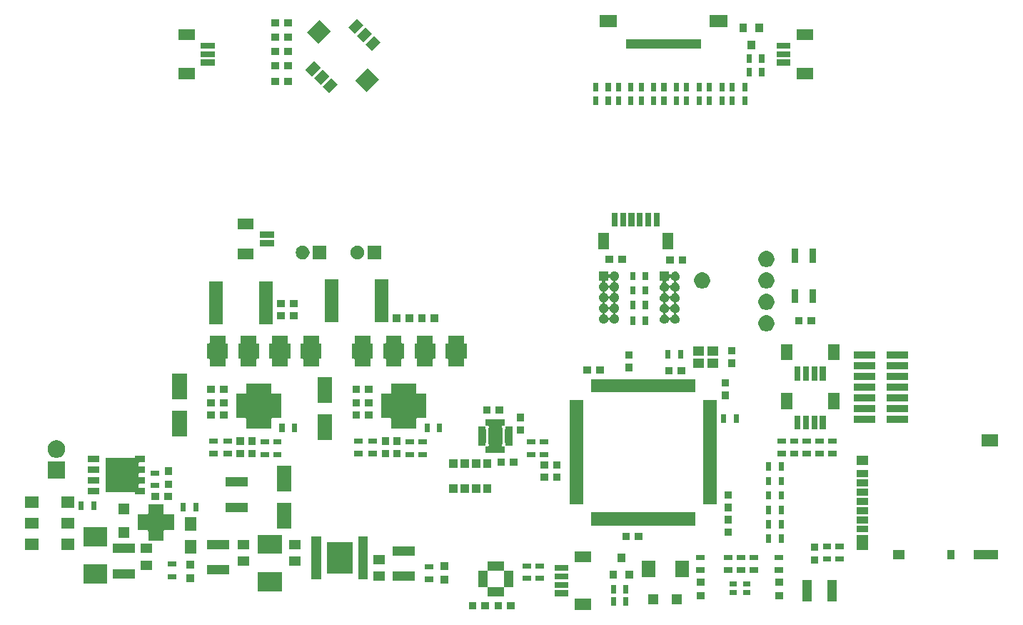
<source format=gts>
G04 #@! TF.GenerationSoftware,KiCad,Pcbnew,(5.1.6)-1*
G04 #@! TF.CreationDate,2021-05-12T15:58:39+09:00*
G04 #@! TF.ProjectId,MainBoard_v1,4d61696e-426f-4617-9264-5f76312e6b69,rev?*
G04 #@! TF.SameCoordinates,Original*
G04 #@! TF.FileFunction,Soldermask,Top*
G04 #@! TF.FilePolarity,Negative*
%FSLAX46Y46*%
G04 Gerber Fmt 4.6, Leading zero omitted, Abs format (unit mm)*
G04 Created by KiCad (PCBNEW (5.1.6)-1) date 2021-05-12 15:58:39*
%MOMM*%
%LPD*%
G01*
G04 APERTURE LIST*
%ADD10C,0.100000*%
G04 APERTURE END LIST*
D10*
G36*
X155776000Y-137051000D02*
G01*
X153874000Y-137051000D01*
X153874000Y-135749000D01*
X155776000Y-135749000D01*
X155776000Y-137051000D01*
G37*
G36*
X146751000Y-137026000D02*
G01*
X145849000Y-137026000D01*
X145849000Y-136174000D01*
X146751000Y-136174000D01*
X146751000Y-137026000D01*
G37*
G36*
X142201000Y-137026000D02*
G01*
X141299000Y-137026000D01*
X141299000Y-136174000D01*
X142201000Y-136174000D01*
X142201000Y-137026000D01*
G37*
G36*
X145251000Y-137026000D02*
G01*
X144349000Y-137026000D01*
X144349000Y-136174000D01*
X145251000Y-136174000D01*
X145251000Y-137026000D01*
G37*
G36*
X143701000Y-137026000D02*
G01*
X142799000Y-137026000D01*
X142799000Y-136174000D01*
X143701000Y-136174000D01*
X143701000Y-137026000D01*
G37*
G36*
X160251000Y-136601000D02*
G01*
X159649000Y-136601000D01*
X159649000Y-135599000D01*
X160251000Y-135599000D01*
X160251000Y-136601000D01*
G37*
G36*
X158751000Y-136601000D02*
G01*
X158149000Y-136601000D01*
X158149000Y-135599000D01*
X158751000Y-135599000D01*
X158751000Y-136601000D01*
G37*
G36*
X166601000Y-136401000D02*
G01*
X165399000Y-136401000D01*
X165399000Y-135199000D01*
X166601000Y-135199000D01*
X166601000Y-136401000D01*
G37*
G36*
X163801000Y-136401000D02*
G01*
X162599000Y-136401000D01*
X162599000Y-135199000D01*
X163801000Y-135199000D01*
X163801000Y-136401000D01*
G37*
G36*
X181951000Y-136101000D02*
G01*
X180849000Y-136101000D01*
X180849000Y-133499000D01*
X181951000Y-133499000D01*
X181951000Y-136101000D01*
G37*
G36*
X184951000Y-136101000D02*
G01*
X183849000Y-136101000D01*
X183849000Y-133499000D01*
X184951000Y-133499000D01*
X184951000Y-136101000D01*
G37*
G36*
X178551000Y-135851000D02*
G01*
X177649000Y-135851000D01*
X177649000Y-134949000D01*
X178551000Y-134949000D01*
X178551000Y-135851000D01*
G37*
G36*
X169251000Y-135851000D02*
G01*
X168349000Y-135851000D01*
X168349000Y-134949000D01*
X169251000Y-134949000D01*
X169251000Y-135851000D01*
G37*
G36*
X145451000Y-132324001D02*
G01*
X145453402Y-132348387D01*
X145460515Y-132371836D01*
X145472066Y-132393447D01*
X145487611Y-132412389D01*
X145506553Y-132427934D01*
X145528164Y-132439485D01*
X145551613Y-132446598D01*
X145575999Y-132449000D01*
X146601000Y-132449000D01*
X146601000Y-134351000D01*
X145575999Y-134351000D01*
X145551613Y-134353402D01*
X145528164Y-134360515D01*
X145506553Y-134372066D01*
X145487611Y-134387611D01*
X145472066Y-134406553D01*
X145460515Y-134428164D01*
X145453402Y-134451613D01*
X145451000Y-134475999D01*
X145451000Y-135501000D01*
X143549000Y-135501000D01*
X143549000Y-134475999D01*
X143546598Y-134451613D01*
X143539485Y-134428164D01*
X143527934Y-134406553D01*
X143512389Y-134387611D01*
X143493447Y-134372066D01*
X143471836Y-134360515D01*
X143448387Y-134353402D01*
X143424001Y-134351000D01*
X142399000Y-134351000D01*
X142399000Y-132525999D01*
X143501000Y-132525999D01*
X143501000Y-134274001D01*
X143503402Y-134298387D01*
X143510515Y-134321836D01*
X143522066Y-134343447D01*
X143537611Y-134362389D01*
X143556553Y-134377934D01*
X143578164Y-134389485D01*
X143601613Y-134396598D01*
X143625999Y-134399000D01*
X145374001Y-134399000D01*
X145398387Y-134396598D01*
X145421836Y-134389485D01*
X145443447Y-134377934D01*
X145462389Y-134362389D01*
X145477934Y-134343447D01*
X145489485Y-134321836D01*
X145496598Y-134298387D01*
X145499000Y-134274001D01*
X145499000Y-132525999D01*
X145496598Y-132501613D01*
X145489485Y-132478164D01*
X145477934Y-132456553D01*
X145462389Y-132437611D01*
X145443447Y-132422066D01*
X145421836Y-132410515D01*
X145398387Y-132403402D01*
X145374001Y-132401000D01*
X143625999Y-132401000D01*
X143601613Y-132403402D01*
X143578164Y-132410515D01*
X143556553Y-132422066D01*
X143537611Y-132437611D01*
X143522066Y-132456553D01*
X143510515Y-132478164D01*
X143503402Y-132501613D01*
X143501000Y-132525999D01*
X142399000Y-132525999D01*
X142399000Y-132449000D01*
X143424001Y-132449000D01*
X143448387Y-132446598D01*
X143471836Y-132439485D01*
X143493447Y-132427934D01*
X143512389Y-132412389D01*
X143527934Y-132393447D01*
X143539485Y-132371836D01*
X143546598Y-132348387D01*
X143549000Y-132324001D01*
X143549000Y-131299000D01*
X145451000Y-131299000D01*
X145451000Y-132324001D01*
G37*
G36*
X153126000Y-135451000D02*
G01*
X151474000Y-135451000D01*
X151474000Y-134749000D01*
X153126000Y-134749000D01*
X153126000Y-135451000D01*
G37*
G36*
X174676000Y-135301000D02*
G01*
X173824000Y-135301000D01*
X173824000Y-134699000D01*
X174676000Y-134699000D01*
X174676000Y-135301000D01*
G37*
G36*
X173126000Y-135301000D02*
G01*
X172274000Y-135301000D01*
X172274000Y-134699000D01*
X173126000Y-134699000D01*
X173126000Y-135301000D01*
G37*
G36*
X160251000Y-135101000D02*
G01*
X159649000Y-135101000D01*
X159649000Y-134099000D01*
X160251000Y-134099000D01*
X160251000Y-135101000D01*
G37*
G36*
X158751000Y-135101000D02*
G01*
X158149000Y-135101000D01*
X158149000Y-134099000D01*
X158751000Y-134099000D01*
X158751000Y-135101000D01*
G37*
G36*
X119118000Y-134850500D02*
G01*
X116282000Y-134850500D01*
X116282000Y-132589500D01*
X119118000Y-132589500D01*
X119118000Y-134850500D01*
G37*
G36*
X153126000Y-134451000D02*
G01*
X151474000Y-134451000D01*
X151474000Y-133749000D01*
X153126000Y-133749000D01*
X153126000Y-134451000D01*
G37*
G36*
X173126000Y-134301000D02*
G01*
X172274000Y-134301000D01*
X172274000Y-133699000D01*
X173126000Y-133699000D01*
X173126000Y-134301000D01*
G37*
G36*
X174676000Y-134301000D02*
G01*
X173824000Y-134301000D01*
X173824000Y-133699000D01*
X174676000Y-133699000D01*
X174676000Y-134301000D01*
G37*
G36*
X169251000Y-134251000D02*
G01*
X168349000Y-134251000D01*
X168349000Y-133349000D01*
X169251000Y-133349000D01*
X169251000Y-134251000D01*
G37*
G36*
X178551000Y-134251000D02*
G01*
X177649000Y-134251000D01*
X177649000Y-133349000D01*
X178551000Y-133349000D01*
X178551000Y-134251000D01*
G37*
G36*
X138851000Y-133951000D02*
G01*
X137949000Y-133951000D01*
X137949000Y-133049000D01*
X138851000Y-133049000D01*
X138851000Y-133951000D01*
G37*
G36*
X98418000Y-133950500D02*
G01*
X95582000Y-133950500D01*
X95582000Y-131689500D01*
X98418000Y-131689500D01*
X98418000Y-133950500D01*
G37*
G36*
X108751000Y-133751000D02*
G01*
X107849000Y-133751000D01*
X107849000Y-132849000D01*
X108751000Y-132849000D01*
X108751000Y-133751000D01*
G37*
G36*
X137101000Y-133751000D02*
G01*
X136099000Y-133751000D01*
X136099000Y-133149000D01*
X137101000Y-133149000D01*
X137101000Y-133751000D01*
G37*
G36*
X131376000Y-133651000D02*
G01*
X130024000Y-133651000D01*
X130024000Y-132549000D01*
X131376000Y-132549000D01*
X131376000Y-133651000D01*
G37*
G36*
X150201000Y-133651000D02*
G01*
X149199000Y-133651000D01*
X149199000Y-133049000D01*
X150201000Y-133049000D01*
X150201000Y-133651000D01*
G37*
G36*
X148701000Y-133651000D02*
G01*
X147699000Y-133651000D01*
X147699000Y-133049000D01*
X148701000Y-133049000D01*
X148701000Y-133651000D01*
G37*
G36*
X134901000Y-133651000D02*
G01*
X132299000Y-133651000D01*
X132299000Y-132549000D01*
X134901000Y-132549000D01*
X134901000Y-133651000D01*
G37*
G36*
X153126000Y-133451000D02*
G01*
X151474000Y-133451000D01*
X151474000Y-132749000D01*
X153126000Y-132749000D01*
X153126000Y-133451000D01*
G37*
G36*
X106601000Y-133451000D02*
G01*
X105599000Y-133451000D01*
X105599000Y-132849000D01*
X106601000Y-132849000D01*
X106601000Y-133451000D01*
G37*
G36*
X123801000Y-133451000D02*
G01*
X122649000Y-133451000D01*
X122649000Y-128349000D01*
X123801000Y-128349000D01*
X123801000Y-133451000D01*
G37*
G36*
X129351000Y-133451000D02*
G01*
X128199000Y-133451000D01*
X128199000Y-128349000D01*
X129351000Y-128349000D01*
X129351000Y-133451000D01*
G37*
G36*
X158901000Y-133401000D02*
G01*
X157999000Y-133401000D01*
X157999000Y-132399000D01*
X158901000Y-132399000D01*
X158901000Y-133401000D01*
G37*
G36*
X160801000Y-133401000D02*
G01*
X159899000Y-133401000D01*
X159899000Y-132399000D01*
X160801000Y-132399000D01*
X160801000Y-133401000D01*
G37*
G36*
X101701000Y-133351000D02*
G01*
X99099000Y-133351000D01*
X99099000Y-132249000D01*
X101701000Y-132249000D01*
X101701000Y-133351000D01*
G37*
G36*
X167401000Y-133151000D02*
G01*
X165799000Y-133151000D01*
X165799000Y-131249000D01*
X167401000Y-131249000D01*
X167401000Y-133151000D01*
G37*
G36*
X163401000Y-133151000D02*
G01*
X161799000Y-133151000D01*
X161799000Y-131249000D01*
X163401000Y-131249000D01*
X163401000Y-133151000D01*
G37*
G36*
X112901000Y-132851000D02*
G01*
X110299000Y-132851000D01*
X110299000Y-131749000D01*
X112901000Y-131749000D01*
X112901000Y-132851000D01*
G37*
G36*
X127521000Y-132741000D02*
G01*
X124479000Y-132741000D01*
X124479000Y-129059000D01*
X127521000Y-129059000D01*
X127521000Y-132741000D01*
G37*
G36*
X178601000Y-132651000D02*
G01*
X177599000Y-132651000D01*
X177599000Y-132049000D01*
X178601000Y-132049000D01*
X178601000Y-132651000D01*
G37*
G36*
X169301000Y-132651000D02*
G01*
X168299000Y-132651000D01*
X168299000Y-132049000D01*
X169301000Y-132049000D01*
X169301000Y-132651000D01*
G37*
G36*
X172601000Y-132651000D02*
G01*
X171599000Y-132651000D01*
X171599000Y-132049000D01*
X172601000Y-132049000D01*
X172601000Y-132651000D01*
G37*
G36*
X174101000Y-132651000D02*
G01*
X173099000Y-132651000D01*
X173099000Y-132049000D01*
X174101000Y-132049000D01*
X174101000Y-132651000D01*
G37*
G36*
X175601000Y-132651000D02*
G01*
X174599000Y-132651000D01*
X174599000Y-132049000D01*
X175601000Y-132049000D01*
X175601000Y-132651000D01*
G37*
G36*
X153126000Y-132451000D02*
G01*
X151474000Y-132451000D01*
X151474000Y-131749000D01*
X153126000Y-131749000D01*
X153126000Y-132451000D01*
G37*
G36*
X138851000Y-132351000D02*
G01*
X137949000Y-132351000D01*
X137949000Y-131449000D01*
X138851000Y-131449000D01*
X138851000Y-132351000D01*
G37*
G36*
X103776000Y-132351000D02*
G01*
X102424000Y-132351000D01*
X102424000Y-131249000D01*
X103776000Y-131249000D01*
X103776000Y-132351000D01*
G37*
G36*
X137101000Y-132251000D02*
G01*
X136099000Y-132251000D01*
X136099000Y-131649000D01*
X137101000Y-131649000D01*
X137101000Y-132251000D01*
G37*
G36*
X150201000Y-132151000D02*
G01*
X149199000Y-132151000D01*
X149199000Y-131549000D01*
X150201000Y-131549000D01*
X150201000Y-132151000D01*
G37*
G36*
X148701000Y-132151000D02*
G01*
X147699000Y-132151000D01*
X147699000Y-131549000D01*
X148701000Y-131549000D01*
X148701000Y-132151000D01*
G37*
G36*
X108751000Y-132151000D02*
G01*
X107849000Y-132151000D01*
X107849000Y-131249000D01*
X108751000Y-131249000D01*
X108751000Y-132151000D01*
G37*
G36*
X106601000Y-131951000D02*
G01*
X105599000Y-131951000D01*
X105599000Y-131349000D01*
X106601000Y-131349000D01*
X106601000Y-131951000D01*
G37*
G36*
X115276000Y-131851000D02*
G01*
X113924000Y-131851000D01*
X113924000Y-130749000D01*
X115276000Y-130749000D01*
X115276000Y-131851000D01*
G37*
G36*
X121376000Y-131851000D02*
G01*
X120024000Y-131851000D01*
X120024000Y-130749000D01*
X121376000Y-130749000D01*
X121376000Y-131851000D01*
G37*
G36*
X131376000Y-131651000D02*
G01*
X130024000Y-131651000D01*
X130024000Y-130549000D01*
X131376000Y-130549000D01*
X131376000Y-131651000D01*
G37*
G36*
X182726000Y-131601000D02*
G01*
X181874000Y-131601000D01*
X181874000Y-130699000D01*
X182726000Y-130699000D01*
X182726000Y-131601000D01*
G37*
G36*
X155776000Y-131451000D02*
G01*
X153874000Y-131451000D01*
X153874000Y-130149000D01*
X155776000Y-130149000D01*
X155776000Y-131451000D01*
G37*
G36*
X159851000Y-131401000D02*
G01*
X158949000Y-131401000D01*
X158949000Y-130399000D01*
X159851000Y-130399000D01*
X159851000Y-131401000D01*
G37*
G36*
X185801000Y-131351000D02*
G01*
X184799000Y-131351000D01*
X184799000Y-130749000D01*
X185801000Y-130749000D01*
X185801000Y-131351000D01*
G37*
G36*
X184301000Y-131351000D02*
G01*
X183299000Y-131351000D01*
X183299000Y-130749000D01*
X184301000Y-130749000D01*
X184301000Y-131351000D01*
G37*
G36*
X174101000Y-131151000D02*
G01*
X173099000Y-131151000D01*
X173099000Y-130549000D01*
X174101000Y-130549000D01*
X174101000Y-131151000D01*
G37*
G36*
X175601000Y-131151000D02*
G01*
X174599000Y-131151000D01*
X174599000Y-130549000D01*
X175601000Y-130549000D01*
X175601000Y-131151000D01*
G37*
G36*
X178601000Y-131151000D02*
G01*
X177599000Y-131151000D01*
X177599000Y-130549000D01*
X178601000Y-130549000D01*
X178601000Y-131151000D01*
G37*
G36*
X169301000Y-131151000D02*
G01*
X168299000Y-131151000D01*
X168299000Y-130549000D01*
X169301000Y-130549000D01*
X169301000Y-131151000D01*
G37*
G36*
X172601000Y-131151000D02*
G01*
X171599000Y-131151000D01*
X171599000Y-130549000D01*
X172601000Y-130549000D01*
X172601000Y-131151000D01*
G37*
G36*
X204101000Y-131051000D02*
G01*
X201199000Y-131051000D01*
X201199000Y-129949000D01*
X204101000Y-129949000D01*
X204101000Y-131051000D01*
G37*
G36*
X198951000Y-131051000D02*
G01*
X198049000Y-131051000D01*
X198049000Y-129949000D01*
X198951000Y-129949000D01*
X198951000Y-131051000D01*
G37*
G36*
X192951000Y-131051000D02*
G01*
X191649000Y-131051000D01*
X191649000Y-129949000D01*
X192951000Y-129949000D01*
X192951000Y-131051000D01*
G37*
G36*
X134901000Y-130651000D02*
G01*
X132299000Y-130651000D01*
X132299000Y-129549000D01*
X134901000Y-129549000D01*
X134901000Y-130651000D01*
G37*
G36*
X119118000Y-130430500D02*
G01*
X116282000Y-130430500D01*
X116282000Y-128169500D01*
X119118000Y-128169500D01*
X119118000Y-130430500D01*
G37*
G36*
X108951000Y-130401000D02*
G01*
X107649000Y-130401000D01*
X107649000Y-128799000D01*
X108951000Y-128799000D01*
X108951000Y-130401000D01*
G37*
G36*
X103776000Y-130351000D02*
G01*
X102424000Y-130351000D01*
X102424000Y-129249000D01*
X103776000Y-129249000D01*
X103776000Y-130351000D01*
G37*
G36*
X101701000Y-130351000D02*
G01*
X99099000Y-130351000D01*
X99099000Y-129249000D01*
X101701000Y-129249000D01*
X101701000Y-130351000D01*
G37*
G36*
X182726000Y-130101000D02*
G01*
X181874000Y-130101000D01*
X181874000Y-129199000D01*
X182726000Y-129199000D01*
X182726000Y-130101000D01*
G37*
G36*
X90251000Y-129951000D02*
G01*
X88649000Y-129951000D01*
X88649000Y-128649000D01*
X90251000Y-128649000D01*
X90251000Y-129951000D01*
G37*
G36*
X188651000Y-129951000D02*
G01*
X187349000Y-129951000D01*
X187349000Y-128199000D01*
X188651000Y-128199000D01*
X188651000Y-129951000D01*
G37*
G36*
X94551000Y-129951000D02*
G01*
X92949000Y-129951000D01*
X92949000Y-128649000D01*
X94551000Y-128649000D01*
X94551000Y-129951000D01*
G37*
G36*
X185801000Y-129851000D02*
G01*
X184799000Y-129851000D01*
X184799000Y-129249000D01*
X185801000Y-129249000D01*
X185801000Y-129851000D01*
G37*
G36*
X184301000Y-129851000D02*
G01*
X183299000Y-129851000D01*
X183299000Y-129249000D01*
X184301000Y-129249000D01*
X184301000Y-129851000D01*
G37*
G36*
X121376000Y-129851000D02*
G01*
X120024000Y-129851000D01*
X120024000Y-128749000D01*
X121376000Y-128749000D01*
X121376000Y-129851000D01*
G37*
G36*
X115276000Y-129851000D02*
G01*
X113924000Y-129851000D01*
X113924000Y-128749000D01*
X115276000Y-128749000D01*
X115276000Y-129851000D01*
G37*
G36*
X112901000Y-129851000D02*
G01*
X110299000Y-129851000D01*
X110299000Y-128749000D01*
X112901000Y-128749000D01*
X112901000Y-129851000D01*
G37*
G36*
X98418000Y-129530500D02*
G01*
X95582000Y-129530500D01*
X95582000Y-127269500D01*
X98418000Y-127269500D01*
X98418000Y-129530500D01*
G37*
G36*
X178651000Y-129101000D02*
G01*
X178049000Y-129101000D01*
X178049000Y-128099000D01*
X178651000Y-128099000D01*
X178651000Y-129101000D01*
G37*
G36*
X177151000Y-129101000D02*
G01*
X176549000Y-129101000D01*
X176549000Y-128099000D01*
X177151000Y-128099000D01*
X177151000Y-129101000D01*
G37*
G36*
X105121000Y-125654001D02*
G01*
X105123402Y-125678387D01*
X105130515Y-125701836D01*
X105142066Y-125723447D01*
X105157611Y-125742389D01*
X105176553Y-125757934D01*
X105198164Y-125769485D01*
X105221613Y-125776598D01*
X105245999Y-125779000D01*
X106351000Y-125779000D01*
X106351000Y-127621000D01*
X105245999Y-127621000D01*
X105221613Y-127623402D01*
X105198164Y-127630515D01*
X105176553Y-127642066D01*
X105157611Y-127657611D01*
X105142066Y-127676553D01*
X105130515Y-127698164D01*
X105123402Y-127721613D01*
X105121000Y-127745999D01*
X105121000Y-128851000D01*
X103279000Y-128851000D01*
X103279000Y-127745999D01*
X103276598Y-127721613D01*
X103269485Y-127698164D01*
X103257934Y-127676553D01*
X103242389Y-127657611D01*
X103223447Y-127642066D01*
X103201836Y-127630515D01*
X103178387Y-127623402D01*
X103154001Y-127621000D01*
X102049000Y-127621000D01*
X102049000Y-125779000D01*
X103154001Y-125779000D01*
X103178387Y-125776598D01*
X103201836Y-125769485D01*
X103223447Y-125757934D01*
X103242389Y-125742389D01*
X103257934Y-125723447D01*
X103269485Y-125701836D01*
X103276598Y-125678387D01*
X103279000Y-125654001D01*
X103279000Y-124549000D01*
X105121000Y-124549000D01*
X105121000Y-125654001D01*
G37*
G36*
X161901000Y-128826000D02*
G01*
X160999000Y-128826000D01*
X160999000Y-127974000D01*
X161901000Y-127974000D01*
X161901000Y-128826000D01*
G37*
G36*
X160401000Y-128826000D02*
G01*
X159499000Y-128826000D01*
X159499000Y-127974000D01*
X160401000Y-127974000D01*
X160401000Y-128826000D01*
G37*
G36*
X101001000Y-128501000D02*
G01*
X99799000Y-128501000D01*
X99799000Y-127299000D01*
X101001000Y-127299000D01*
X101001000Y-128501000D01*
G37*
G36*
X172526000Y-128301000D02*
G01*
X171674000Y-128301000D01*
X171674000Y-127399000D01*
X172526000Y-127399000D01*
X172526000Y-128301000D01*
G37*
G36*
X188651000Y-127901000D02*
G01*
X187349000Y-127901000D01*
X187349000Y-127099000D01*
X188651000Y-127099000D01*
X188651000Y-127901000D01*
G37*
G36*
X108951000Y-127701000D02*
G01*
X107649000Y-127701000D01*
X107649000Y-126099000D01*
X108951000Y-126099000D01*
X108951000Y-127701000D01*
G37*
G36*
X120251000Y-127451000D02*
G01*
X118549000Y-127451000D01*
X118549000Y-124349000D01*
X120251000Y-124349000D01*
X120251000Y-127451000D01*
G37*
G36*
X94551000Y-127451000D02*
G01*
X92949000Y-127451000D01*
X92949000Y-126149000D01*
X94551000Y-126149000D01*
X94551000Y-127451000D01*
G37*
G36*
X90251000Y-127451000D02*
G01*
X88649000Y-127451000D01*
X88649000Y-126149000D01*
X90251000Y-126149000D01*
X90251000Y-127451000D01*
G37*
G36*
X177151000Y-127401000D02*
G01*
X176549000Y-127401000D01*
X176549000Y-126399000D01*
X177151000Y-126399000D01*
X177151000Y-127401000D01*
G37*
G36*
X178651000Y-127401000D02*
G01*
X178049000Y-127401000D01*
X178049000Y-126399000D01*
X178651000Y-126399000D01*
X178651000Y-127401000D01*
G37*
G36*
X168191000Y-127101000D02*
G01*
X155809000Y-127101000D01*
X155809000Y-125499000D01*
X168191000Y-125499000D01*
X168191000Y-127101000D01*
G37*
G36*
X172526000Y-126801000D02*
G01*
X171674000Y-126801000D01*
X171674000Y-125899000D01*
X172526000Y-125899000D01*
X172526000Y-126801000D01*
G37*
G36*
X188651000Y-126801000D02*
G01*
X187349000Y-126801000D01*
X187349000Y-125999000D01*
X188651000Y-125999000D01*
X188651000Y-126801000D01*
G37*
G36*
X188651000Y-125701000D02*
G01*
X187349000Y-125701000D01*
X187349000Y-124899000D01*
X188651000Y-124899000D01*
X188651000Y-125701000D01*
G37*
G36*
X178651000Y-125701000D02*
G01*
X178049000Y-125701000D01*
X178049000Y-124699000D01*
X178651000Y-124699000D01*
X178651000Y-125701000D01*
G37*
G36*
X101001000Y-125701000D02*
G01*
X99799000Y-125701000D01*
X99799000Y-124499000D01*
X101001000Y-124499000D01*
X101001000Y-125701000D01*
G37*
G36*
X177151000Y-125701000D02*
G01*
X176549000Y-125701000D01*
X176549000Y-124699000D01*
X177151000Y-124699000D01*
X177151000Y-125701000D01*
G37*
G36*
X115101000Y-125451000D02*
G01*
X112499000Y-125451000D01*
X112499000Y-124349000D01*
X115101000Y-124349000D01*
X115101000Y-125451000D01*
G37*
G36*
X107751000Y-125401000D02*
G01*
X107149000Y-125401000D01*
X107149000Y-124399000D01*
X107751000Y-124399000D01*
X107751000Y-125401000D01*
G37*
G36*
X109251000Y-125401000D02*
G01*
X108649000Y-125401000D01*
X108649000Y-124399000D01*
X109251000Y-124399000D01*
X109251000Y-125401000D01*
G37*
G36*
X172526000Y-125401000D02*
G01*
X171674000Y-125401000D01*
X171674000Y-124499000D01*
X172526000Y-124499000D01*
X172526000Y-125401000D01*
G37*
G36*
X97151000Y-125201000D02*
G01*
X96549000Y-125201000D01*
X96549000Y-124199000D01*
X97151000Y-124199000D01*
X97151000Y-125201000D01*
G37*
G36*
X95651000Y-125201000D02*
G01*
X95049000Y-125201000D01*
X95049000Y-124199000D01*
X95651000Y-124199000D01*
X95651000Y-125201000D01*
G37*
G36*
X94551000Y-124951000D02*
G01*
X92949000Y-124951000D01*
X92949000Y-123649000D01*
X94551000Y-123649000D01*
X94551000Y-124951000D01*
G37*
G36*
X90251000Y-124951000D02*
G01*
X88649000Y-124951000D01*
X88649000Y-123649000D01*
X90251000Y-123649000D01*
X90251000Y-124951000D01*
G37*
G36*
X188651000Y-124601000D02*
G01*
X187349000Y-124601000D01*
X187349000Y-123799000D01*
X188651000Y-123799000D01*
X188651000Y-124601000D01*
G37*
G36*
X170701000Y-124591000D02*
G01*
X169099000Y-124591000D01*
X169099000Y-112209000D01*
X170701000Y-112209000D01*
X170701000Y-124591000D01*
G37*
G36*
X154901000Y-124591000D02*
G01*
X153299000Y-124591000D01*
X153299000Y-112209000D01*
X154901000Y-112209000D01*
X154901000Y-124591000D01*
G37*
G36*
X106101000Y-124026000D02*
G01*
X105199000Y-124026000D01*
X105199000Y-123174000D01*
X106101000Y-123174000D01*
X106101000Y-124026000D01*
G37*
G36*
X104601000Y-124026000D02*
G01*
X103699000Y-124026000D01*
X103699000Y-123174000D01*
X104601000Y-123174000D01*
X104601000Y-124026000D01*
G37*
G36*
X178651000Y-124001000D02*
G01*
X178049000Y-124001000D01*
X178049000Y-122999000D01*
X178651000Y-122999000D01*
X178651000Y-124001000D01*
G37*
G36*
X177151000Y-124001000D02*
G01*
X176549000Y-124001000D01*
X176549000Y-122999000D01*
X177151000Y-122999000D01*
X177151000Y-124001000D01*
G37*
G36*
X172526000Y-123901000D02*
G01*
X171674000Y-123901000D01*
X171674000Y-122999000D01*
X172526000Y-122999000D01*
X172526000Y-123901000D01*
G37*
G36*
X188651000Y-123501000D02*
G01*
X187349000Y-123501000D01*
X187349000Y-122699000D01*
X188651000Y-122699000D01*
X188651000Y-123501000D01*
G37*
G36*
X102856000Y-119551000D02*
G01*
X102270999Y-119551000D01*
X102246613Y-119553402D01*
X102223164Y-119560515D01*
X102201553Y-119572066D01*
X102182611Y-119587611D01*
X102167066Y-119606553D01*
X102155515Y-119628164D01*
X102148402Y-119651613D01*
X102146000Y-119675999D01*
X102146000Y-119984001D01*
X102148402Y-120008387D01*
X102155515Y-120031836D01*
X102167066Y-120053447D01*
X102182611Y-120072389D01*
X102201553Y-120087934D01*
X102223164Y-120099485D01*
X102246613Y-120106598D01*
X102270999Y-120109000D01*
X102856000Y-120109000D01*
X102856000Y-120821000D01*
X102270999Y-120821000D01*
X102246613Y-120823402D01*
X102223164Y-120830515D01*
X102201553Y-120842066D01*
X102182611Y-120857611D01*
X102167066Y-120876553D01*
X102155515Y-120898164D01*
X102148402Y-120921613D01*
X102146000Y-120945999D01*
X102146000Y-121254001D01*
X102148402Y-121278387D01*
X102155515Y-121301836D01*
X102167066Y-121323447D01*
X102182611Y-121342389D01*
X102201553Y-121357934D01*
X102223164Y-121369485D01*
X102246613Y-121376598D01*
X102270999Y-121379000D01*
X102856000Y-121379000D01*
X102856000Y-122091000D01*
X102270999Y-122091000D01*
X102246613Y-122093402D01*
X102223164Y-122100515D01*
X102201553Y-122112066D01*
X102182611Y-122127611D01*
X102167066Y-122146553D01*
X102155515Y-122168164D01*
X102148402Y-122191613D01*
X102146000Y-122215999D01*
X102146000Y-122524001D01*
X102148402Y-122548387D01*
X102155515Y-122571836D01*
X102167066Y-122593447D01*
X102182611Y-122612389D01*
X102201553Y-122627934D01*
X102223164Y-122639485D01*
X102246613Y-122646598D01*
X102270999Y-122649000D01*
X102856000Y-122649000D01*
X102856000Y-123361000D01*
X101734000Y-123361000D01*
X101734000Y-123230999D01*
X101731598Y-123206613D01*
X101724485Y-123183164D01*
X101712934Y-123161553D01*
X101697389Y-123142611D01*
X101678447Y-123127066D01*
X101656836Y-123115515D01*
X101633387Y-123108402D01*
X101609001Y-123106000D01*
X98234000Y-123106000D01*
X98234000Y-119094000D01*
X101609001Y-119094000D01*
X101633387Y-119091598D01*
X101656836Y-119084485D01*
X101678447Y-119072934D01*
X101697389Y-119057389D01*
X101712934Y-119038447D01*
X101724485Y-119016836D01*
X101731598Y-118993387D01*
X101734000Y-118969001D01*
X101734000Y-118839000D01*
X102856000Y-118839000D01*
X102856000Y-119551000D01*
G37*
G36*
X97516000Y-123361000D02*
G01*
X96144000Y-123361000D01*
X96144000Y-122649000D01*
X97516000Y-122649000D01*
X97516000Y-123361000D01*
G37*
G36*
X144001000Y-123201000D02*
G01*
X142999000Y-123201000D01*
X142999000Y-122199000D01*
X144001000Y-122199000D01*
X144001000Y-123201000D01*
G37*
G36*
X142661000Y-123201000D02*
G01*
X141659000Y-123201000D01*
X141659000Y-122199000D01*
X142661000Y-122199000D01*
X142661000Y-123201000D01*
G37*
G36*
X141341000Y-123201000D02*
G01*
X140339000Y-123201000D01*
X140339000Y-122199000D01*
X141341000Y-122199000D01*
X141341000Y-123201000D01*
G37*
G36*
X140001000Y-123201000D02*
G01*
X138999000Y-123201000D01*
X138999000Y-122199000D01*
X140001000Y-122199000D01*
X140001000Y-123201000D01*
G37*
G36*
X120251000Y-123051000D02*
G01*
X118549000Y-123051000D01*
X118549000Y-119949000D01*
X120251000Y-119949000D01*
X120251000Y-123051000D01*
G37*
G36*
X104601000Y-122651000D02*
G01*
X103599000Y-122651000D01*
X103599000Y-122049000D01*
X104601000Y-122049000D01*
X104601000Y-122651000D01*
G37*
G36*
X106151000Y-122651000D02*
G01*
X105249000Y-122651000D01*
X105249000Y-121749000D01*
X106151000Y-121749000D01*
X106151000Y-122651000D01*
G37*
G36*
X115101000Y-122451000D02*
G01*
X112499000Y-122451000D01*
X112499000Y-121349000D01*
X115101000Y-121349000D01*
X115101000Y-122451000D01*
G37*
G36*
X188651000Y-122401000D02*
G01*
X187349000Y-122401000D01*
X187349000Y-121599000D01*
X188651000Y-121599000D01*
X188651000Y-122401000D01*
G37*
G36*
X178651000Y-122301000D02*
G01*
X178049000Y-122301000D01*
X178049000Y-121299000D01*
X178651000Y-121299000D01*
X178651000Y-122301000D01*
G37*
G36*
X177151000Y-122301000D02*
G01*
X176549000Y-122301000D01*
X176549000Y-121299000D01*
X177151000Y-121299000D01*
X177151000Y-122301000D01*
G37*
G36*
X97516000Y-122091000D02*
G01*
X96144000Y-122091000D01*
X96144000Y-121379000D01*
X97516000Y-121379000D01*
X97516000Y-122091000D01*
G37*
G36*
X150701000Y-121726000D02*
G01*
X149799000Y-121726000D01*
X149799000Y-120874000D01*
X150701000Y-120874000D01*
X150701000Y-121726000D01*
G37*
G36*
X152201000Y-121726000D02*
G01*
X151299000Y-121726000D01*
X151299000Y-120874000D01*
X152201000Y-120874000D01*
X152201000Y-121726000D01*
G37*
G36*
X93451000Y-121551000D02*
G01*
X91349000Y-121551000D01*
X91349000Y-119449000D01*
X93451000Y-119449000D01*
X93451000Y-121551000D01*
G37*
G36*
X188651000Y-121301000D02*
G01*
X187349000Y-121301000D01*
X187349000Y-120499000D01*
X188651000Y-120499000D01*
X188651000Y-121301000D01*
G37*
G36*
X104601000Y-121151000D02*
G01*
X103599000Y-121151000D01*
X103599000Y-120549000D01*
X104601000Y-120549000D01*
X104601000Y-121151000D01*
G37*
G36*
X106151000Y-121051000D02*
G01*
X105249000Y-121051000D01*
X105249000Y-120149000D01*
X106151000Y-120149000D01*
X106151000Y-121051000D01*
G37*
G36*
X97516000Y-120821000D02*
G01*
X96144000Y-120821000D01*
X96144000Y-120109000D01*
X97516000Y-120109000D01*
X97516000Y-120821000D01*
G37*
G36*
X177151000Y-120601000D02*
G01*
X176549000Y-120601000D01*
X176549000Y-119599000D01*
X177151000Y-119599000D01*
X177151000Y-120601000D01*
G37*
G36*
X178651000Y-120601000D02*
G01*
X178049000Y-120601000D01*
X178049000Y-119599000D01*
X178651000Y-119599000D01*
X178651000Y-120601000D01*
G37*
G36*
X150701000Y-120326000D02*
G01*
X149799000Y-120326000D01*
X149799000Y-119474000D01*
X150701000Y-119474000D01*
X150701000Y-120326000D01*
G37*
G36*
X152201000Y-120326000D02*
G01*
X151299000Y-120326000D01*
X151299000Y-119474000D01*
X152201000Y-119474000D01*
X152201000Y-120326000D01*
G37*
G36*
X140001000Y-120201000D02*
G01*
X138999000Y-120201000D01*
X138999000Y-119199000D01*
X140001000Y-119199000D01*
X140001000Y-120201000D01*
G37*
G36*
X142661000Y-120201000D02*
G01*
X141659000Y-120201000D01*
X141659000Y-119199000D01*
X142661000Y-119199000D01*
X142661000Y-120201000D01*
G37*
G36*
X144001000Y-120201000D02*
G01*
X142999000Y-120201000D01*
X142999000Y-119199000D01*
X144001000Y-119199000D01*
X144001000Y-120201000D01*
G37*
G36*
X141341000Y-120201000D02*
G01*
X140339000Y-120201000D01*
X140339000Y-119199000D01*
X141341000Y-119199000D01*
X141341000Y-120201000D01*
G37*
G36*
X147101000Y-120026000D02*
G01*
X146199000Y-120026000D01*
X146199000Y-119174000D01*
X147101000Y-119174000D01*
X147101000Y-120026000D01*
G37*
G36*
X145601000Y-120026000D02*
G01*
X144699000Y-120026000D01*
X144699000Y-119174000D01*
X145601000Y-119174000D01*
X145601000Y-120026000D01*
G37*
G36*
X188651000Y-119901000D02*
G01*
X187349000Y-119901000D01*
X187349000Y-118799000D01*
X188651000Y-118799000D01*
X188651000Y-119901000D01*
G37*
G36*
X97516000Y-119551000D02*
G01*
X96144000Y-119551000D01*
X96144000Y-118839000D01*
X97516000Y-118839000D01*
X97516000Y-119551000D01*
G37*
G36*
X92706564Y-116989389D02*
G01*
X92897833Y-117068615D01*
X92897835Y-117068616D01*
X93069973Y-117183635D01*
X93216365Y-117330027D01*
X93330606Y-117501000D01*
X93331385Y-117502167D01*
X93410611Y-117693436D01*
X93451000Y-117896484D01*
X93451000Y-118103516D01*
X93410611Y-118306564D01*
X93331385Y-118497833D01*
X93331384Y-118497835D01*
X93216365Y-118669973D01*
X93069973Y-118816365D01*
X92897835Y-118931384D01*
X92897834Y-118931385D01*
X92897833Y-118931385D01*
X92706564Y-119010611D01*
X92503516Y-119051000D01*
X92296484Y-119051000D01*
X92093436Y-119010611D01*
X91902167Y-118931385D01*
X91902166Y-118931385D01*
X91902165Y-118931384D01*
X91730027Y-118816365D01*
X91583635Y-118669973D01*
X91468616Y-118497835D01*
X91468615Y-118497833D01*
X91389389Y-118306564D01*
X91349000Y-118103516D01*
X91349000Y-117896484D01*
X91389389Y-117693436D01*
X91468615Y-117502167D01*
X91469395Y-117501000D01*
X91583635Y-117330027D01*
X91730027Y-117183635D01*
X91902165Y-117068616D01*
X91902167Y-117068615D01*
X92093436Y-116989389D01*
X92296484Y-116949000D01*
X92503516Y-116949000D01*
X92706564Y-116989389D01*
G37*
G36*
X114626000Y-119001000D02*
G01*
X113774000Y-119001000D01*
X113774000Y-118099000D01*
X114626000Y-118099000D01*
X114626000Y-119001000D01*
G37*
G36*
X133226000Y-119001000D02*
G01*
X132374000Y-119001000D01*
X132374000Y-118099000D01*
X133226000Y-118099000D01*
X133226000Y-119001000D01*
G37*
G36*
X116026000Y-119001000D02*
G01*
X115174000Y-119001000D01*
X115174000Y-118099000D01*
X116026000Y-118099000D01*
X116026000Y-119001000D01*
G37*
G36*
X131826000Y-119001000D02*
G01*
X130974000Y-119001000D01*
X130974000Y-118099000D01*
X131826000Y-118099000D01*
X131826000Y-119001000D01*
G37*
G36*
X136301000Y-118951000D02*
G01*
X135299000Y-118951000D01*
X135299000Y-118349000D01*
X136301000Y-118349000D01*
X136301000Y-118951000D01*
G37*
G36*
X119101000Y-118951000D02*
G01*
X118099000Y-118951000D01*
X118099000Y-118349000D01*
X119101000Y-118349000D01*
X119101000Y-118951000D01*
G37*
G36*
X150701000Y-118951000D02*
G01*
X149699000Y-118951000D01*
X149699000Y-118349000D01*
X150701000Y-118349000D01*
X150701000Y-118951000D01*
G37*
G36*
X149201000Y-118951000D02*
G01*
X148199000Y-118951000D01*
X148199000Y-118349000D01*
X149201000Y-118349000D01*
X149201000Y-118951000D01*
G37*
G36*
X134801000Y-118951000D02*
G01*
X133799000Y-118951000D01*
X133799000Y-118349000D01*
X134801000Y-118349000D01*
X134801000Y-118951000D01*
G37*
G36*
X117601000Y-118951000D02*
G01*
X116599000Y-118951000D01*
X116599000Y-118349000D01*
X117601000Y-118349000D01*
X117601000Y-118951000D01*
G37*
G36*
X113201000Y-118851000D02*
G01*
X112199000Y-118851000D01*
X112199000Y-118249000D01*
X113201000Y-118249000D01*
X113201000Y-118851000D01*
G37*
G36*
X183401000Y-118851000D02*
G01*
X182399000Y-118851000D01*
X182399000Y-118249000D01*
X183401000Y-118249000D01*
X183401000Y-118851000D01*
G37*
G36*
X181901000Y-118851000D02*
G01*
X180899000Y-118851000D01*
X180899000Y-118249000D01*
X181901000Y-118249000D01*
X181901000Y-118851000D01*
G37*
G36*
X184901000Y-118851000D02*
G01*
X183899000Y-118851000D01*
X183899000Y-118249000D01*
X184901000Y-118249000D01*
X184901000Y-118851000D01*
G37*
G36*
X178901000Y-118851000D02*
G01*
X177899000Y-118851000D01*
X177899000Y-118249000D01*
X178901000Y-118249000D01*
X178901000Y-118851000D01*
G37*
G36*
X130401000Y-118851000D02*
G01*
X129399000Y-118851000D01*
X129399000Y-118249000D01*
X130401000Y-118249000D01*
X130401000Y-118851000D01*
G37*
G36*
X128701000Y-118851000D02*
G01*
X127699000Y-118851000D01*
X127699000Y-118249000D01*
X128701000Y-118249000D01*
X128701000Y-118851000D01*
G37*
G36*
X180401000Y-118851000D02*
G01*
X179399000Y-118851000D01*
X179399000Y-118249000D01*
X180401000Y-118249000D01*
X180401000Y-118851000D01*
G37*
G36*
X111501000Y-118851000D02*
G01*
X110499000Y-118851000D01*
X110499000Y-118249000D01*
X111501000Y-118249000D01*
X111501000Y-118851000D01*
G37*
G36*
X145611000Y-115189001D02*
G01*
X145613402Y-115213387D01*
X145620515Y-115236836D01*
X145632066Y-115258447D01*
X145647611Y-115277389D01*
X145666553Y-115292934D01*
X145688164Y-115304485D01*
X145711613Y-115311598D01*
X145735999Y-115314000D01*
X146471000Y-115314000D01*
X146471000Y-117616000D01*
X145735999Y-117616000D01*
X145711613Y-117618402D01*
X145688164Y-117625515D01*
X145666553Y-117637066D01*
X145647611Y-117652611D01*
X145632066Y-117671553D01*
X145620515Y-117693164D01*
X145613402Y-117716613D01*
X145611000Y-117740999D01*
X145611000Y-118476000D01*
X143309000Y-118476000D01*
X143309000Y-117740999D01*
X143306598Y-117716613D01*
X143299485Y-117693164D01*
X143287934Y-117671553D01*
X143272389Y-117652611D01*
X143253447Y-117637066D01*
X143231836Y-117625515D01*
X143208387Y-117618402D01*
X143184001Y-117616000D01*
X142449000Y-117616000D01*
X142449000Y-115380999D01*
X143251000Y-115380999D01*
X143251000Y-115589001D01*
X143253402Y-115613387D01*
X143260515Y-115636836D01*
X143272066Y-115658447D01*
X143287611Y-115677389D01*
X143306553Y-115692934D01*
X143328164Y-115704485D01*
X143351000Y-115711412D01*
X143351000Y-117218588D01*
X143328164Y-117225515D01*
X143306553Y-117237066D01*
X143287611Y-117252611D01*
X143272066Y-117271553D01*
X143260515Y-117293164D01*
X143253402Y-117316613D01*
X143251000Y-117340999D01*
X143251000Y-117549001D01*
X143253402Y-117573387D01*
X143260515Y-117596836D01*
X143272066Y-117618447D01*
X143287611Y-117637389D01*
X143306553Y-117652934D01*
X143328164Y-117664485D01*
X143351613Y-117671598D01*
X143375999Y-117674000D01*
X143584001Y-117674000D01*
X143608387Y-117671598D01*
X143631836Y-117664485D01*
X143653447Y-117652934D01*
X143672389Y-117637389D01*
X143687934Y-117618447D01*
X143699485Y-117596836D01*
X143706598Y-117573387D01*
X143709000Y-117549001D01*
X143709000Y-117513499D01*
X143706598Y-117489113D01*
X143699485Y-117465664D01*
X143687934Y-117444053D01*
X143672389Y-117425111D01*
X143653447Y-117409566D01*
X143631836Y-117398015D01*
X143609000Y-117391088D01*
X143609000Y-115538912D01*
X143631836Y-115531985D01*
X143653447Y-115520434D01*
X143672389Y-115504889D01*
X143687934Y-115485947D01*
X143699485Y-115464336D01*
X143706598Y-115440887D01*
X143709000Y-115416501D01*
X143709000Y-115380999D01*
X145211000Y-115380999D01*
X145211000Y-115416501D01*
X145213402Y-115440887D01*
X145220515Y-115464336D01*
X145232066Y-115485947D01*
X145247611Y-115504889D01*
X145266553Y-115520434D01*
X145288164Y-115531985D01*
X145311000Y-115538912D01*
X145311000Y-117391088D01*
X145288164Y-117398015D01*
X145266553Y-117409566D01*
X145247611Y-117425111D01*
X145232066Y-117444053D01*
X145220515Y-117465664D01*
X145213402Y-117489113D01*
X145211000Y-117513499D01*
X145211000Y-117549001D01*
X145213402Y-117573387D01*
X145220515Y-117596836D01*
X145232066Y-117618447D01*
X145247611Y-117637389D01*
X145266553Y-117652934D01*
X145288164Y-117664485D01*
X145311613Y-117671598D01*
X145335999Y-117674000D01*
X145544001Y-117674000D01*
X145568387Y-117671598D01*
X145591836Y-117664485D01*
X145613447Y-117652934D01*
X145632389Y-117637389D01*
X145647934Y-117618447D01*
X145659485Y-117596836D01*
X145666598Y-117573387D01*
X145669000Y-117549001D01*
X145669000Y-117340999D01*
X145666598Y-117316613D01*
X145659485Y-117293164D01*
X145647934Y-117271553D01*
X145632389Y-117252611D01*
X145613447Y-117237066D01*
X145591836Y-117225515D01*
X145569000Y-117218588D01*
X145569000Y-115711412D01*
X145591836Y-115704485D01*
X145613447Y-115692934D01*
X145632389Y-115677389D01*
X145647934Y-115658447D01*
X145659485Y-115636836D01*
X145666598Y-115613387D01*
X145669000Y-115589001D01*
X145669000Y-115380999D01*
X145666598Y-115356613D01*
X145659485Y-115333164D01*
X145647934Y-115311553D01*
X145632389Y-115292611D01*
X145613447Y-115277066D01*
X145591836Y-115265515D01*
X145568387Y-115258402D01*
X145544001Y-115256000D01*
X145335999Y-115256000D01*
X145311613Y-115258402D01*
X145288164Y-115265515D01*
X145266553Y-115277066D01*
X145247611Y-115292611D01*
X145232066Y-115311553D01*
X145220515Y-115333164D01*
X145213402Y-115356613D01*
X145211000Y-115380999D01*
X143709000Y-115380999D01*
X143706598Y-115356613D01*
X143699485Y-115333164D01*
X143687934Y-115311553D01*
X143672389Y-115292611D01*
X143653447Y-115277066D01*
X143631836Y-115265515D01*
X143608387Y-115258402D01*
X143584001Y-115256000D01*
X143375999Y-115256000D01*
X143351613Y-115258402D01*
X143328164Y-115265515D01*
X143306553Y-115277066D01*
X143287611Y-115292611D01*
X143272066Y-115311553D01*
X143260515Y-115333164D01*
X143253402Y-115356613D01*
X143251000Y-115380999D01*
X142449000Y-115380999D01*
X142449000Y-115314000D01*
X143184001Y-115314000D01*
X143208387Y-115311598D01*
X143231836Y-115304485D01*
X143253447Y-115292934D01*
X143272389Y-115277389D01*
X143287934Y-115258447D01*
X143299485Y-115236836D01*
X143306598Y-115213387D01*
X143309000Y-115189001D01*
X143309000Y-114454000D01*
X145611000Y-114454000D01*
X145611000Y-115189001D01*
G37*
G36*
X204101000Y-117701000D02*
G01*
X202099000Y-117701000D01*
X202099000Y-116299000D01*
X204101000Y-116299000D01*
X204101000Y-117701000D01*
G37*
G36*
X114626000Y-117501000D02*
G01*
X113774000Y-117501000D01*
X113774000Y-116599000D01*
X114626000Y-116599000D01*
X114626000Y-117501000D01*
G37*
G36*
X116026000Y-117501000D02*
G01*
X115174000Y-117501000D01*
X115174000Y-116599000D01*
X116026000Y-116599000D01*
X116026000Y-117501000D01*
G37*
G36*
X133226000Y-117501000D02*
G01*
X132374000Y-117501000D01*
X132374000Y-116599000D01*
X133226000Y-116599000D01*
X133226000Y-117501000D01*
G37*
G36*
X131826000Y-117501000D02*
G01*
X130974000Y-117501000D01*
X130974000Y-116599000D01*
X131826000Y-116599000D01*
X131826000Y-117501000D01*
G37*
G36*
X136301000Y-117451000D02*
G01*
X135299000Y-117451000D01*
X135299000Y-116849000D01*
X136301000Y-116849000D01*
X136301000Y-117451000D01*
G37*
G36*
X149201000Y-117451000D02*
G01*
X148199000Y-117451000D01*
X148199000Y-116849000D01*
X149201000Y-116849000D01*
X149201000Y-117451000D01*
G37*
G36*
X150701000Y-117451000D02*
G01*
X149699000Y-117451000D01*
X149699000Y-116849000D01*
X150701000Y-116849000D01*
X150701000Y-117451000D01*
G37*
G36*
X117601000Y-117451000D02*
G01*
X116599000Y-117451000D01*
X116599000Y-116849000D01*
X117601000Y-116849000D01*
X117601000Y-117451000D01*
G37*
G36*
X134801000Y-117451000D02*
G01*
X133799000Y-117451000D01*
X133799000Y-116849000D01*
X134801000Y-116849000D01*
X134801000Y-117451000D01*
G37*
G36*
X119101000Y-117451000D02*
G01*
X118099000Y-117451000D01*
X118099000Y-116849000D01*
X119101000Y-116849000D01*
X119101000Y-117451000D01*
G37*
G36*
X183401000Y-117351000D02*
G01*
X182399000Y-117351000D01*
X182399000Y-116749000D01*
X183401000Y-116749000D01*
X183401000Y-117351000D01*
G37*
G36*
X181901000Y-117351000D02*
G01*
X180899000Y-117351000D01*
X180899000Y-116749000D01*
X181901000Y-116749000D01*
X181901000Y-117351000D01*
G37*
G36*
X180401000Y-117351000D02*
G01*
X179399000Y-117351000D01*
X179399000Y-116749000D01*
X180401000Y-116749000D01*
X180401000Y-117351000D01*
G37*
G36*
X178901000Y-117351000D02*
G01*
X177899000Y-117351000D01*
X177899000Y-116749000D01*
X178901000Y-116749000D01*
X178901000Y-117351000D01*
G37*
G36*
X130401000Y-117351000D02*
G01*
X129399000Y-117351000D01*
X129399000Y-116749000D01*
X130401000Y-116749000D01*
X130401000Y-117351000D01*
G37*
G36*
X128701000Y-117351000D02*
G01*
X127699000Y-117351000D01*
X127699000Y-116749000D01*
X128701000Y-116749000D01*
X128701000Y-117351000D01*
G37*
G36*
X113201000Y-117351000D02*
G01*
X112199000Y-117351000D01*
X112199000Y-116749000D01*
X113201000Y-116749000D01*
X113201000Y-117351000D01*
G37*
G36*
X111501000Y-117351000D02*
G01*
X110499000Y-117351000D01*
X110499000Y-116749000D01*
X111501000Y-116749000D01*
X111501000Y-117351000D01*
G37*
G36*
X184901000Y-117351000D02*
G01*
X183899000Y-117351000D01*
X183899000Y-116749000D01*
X184901000Y-116749000D01*
X184901000Y-117351000D01*
G37*
G36*
X125051000Y-116951000D02*
G01*
X123349000Y-116951000D01*
X123349000Y-113849000D01*
X125051000Y-113849000D01*
X125051000Y-116951000D01*
G37*
G36*
X107851000Y-116551000D02*
G01*
X106149000Y-116551000D01*
X106149000Y-113449000D01*
X107851000Y-113449000D01*
X107851000Y-116551000D01*
G37*
G36*
X147826000Y-116201000D02*
G01*
X146974000Y-116201000D01*
X146974000Y-115299000D01*
X147826000Y-115299000D01*
X147826000Y-116201000D01*
G37*
G36*
X120951000Y-116001000D02*
G01*
X120349000Y-116001000D01*
X120349000Y-114999000D01*
X120951000Y-114999000D01*
X120951000Y-116001000D01*
G37*
G36*
X136651000Y-116001000D02*
G01*
X136049000Y-116001000D01*
X136049000Y-114999000D01*
X136651000Y-114999000D01*
X136651000Y-116001000D01*
G37*
G36*
X119451000Y-116001000D02*
G01*
X118849000Y-116001000D01*
X118849000Y-114999000D01*
X119451000Y-114999000D01*
X119451000Y-116001000D01*
G37*
G36*
X138151000Y-116001000D02*
G01*
X137549000Y-116001000D01*
X137549000Y-114999000D01*
X138151000Y-114999000D01*
X138151000Y-116001000D01*
G37*
G36*
X183651000Y-115688500D02*
G01*
X182949000Y-115688500D01*
X182949000Y-114036500D01*
X183651000Y-114036500D01*
X183651000Y-115688500D01*
G37*
G36*
X182651000Y-115688500D02*
G01*
X181949000Y-115688500D01*
X181949000Y-114036500D01*
X182651000Y-114036500D01*
X182651000Y-115688500D01*
G37*
G36*
X181651000Y-115688500D02*
G01*
X180949000Y-115688500D01*
X180949000Y-114036500D01*
X181651000Y-114036500D01*
X181651000Y-115688500D01*
G37*
G36*
X180651000Y-115688500D02*
G01*
X179949000Y-115688500D01*
X179949000Y-114036500D01*
X180651000Y-114036500D01*
X180651000Y-115688500D01*
G37*
G36*
X135051000Y-111324001D02*
G01*
X135053402Y-111348387D01*
X135060515Y-111371836D01*
X135072066Y-111393447D01*
X135087611Y-111412389D01*
X135106553Y-111427934D01*
X135128164Y-111439485D01*
X135151613Y-111446598D01*
X135175999Y-111449000D01*
X136251000Y-111449000D01*
X136251000Y-114351000D01*
X135175999Y-114351000D01*
X135151613Y-114353402D01*
X135128164Y-114360515D01*
X135106553Y-114372066D01*
X135087611Y-114387611D01*
X135072066Y-114406553D01*
X135060515Y-114428164D01*
X135053402Y-114451613D01*
X135051000Y-114475999D01*
X135051000Y-115551000D01*
X132149000Y-115551000D01*
X132149000Y-114475999D01*
X132146598Y-114451613D01*
X132139485Y-114428164D01*
X132127934Y-114406553D01*
X132112389Y-114387611D01*
X132093447Y-114372066D01*
X132071836Y-114360515D01*
X132048387Y-114353402D01*
X132024001Y-114351000D01*
X130949000Y-114351000D01*
X130949000Y-111449000D01*
X132024001Y-111449000D01*
X132048387Y-111446598D01*
X132071836Y-111439485D01*
X132093447Y-111427934D01*
X132112389Y-111412389D01*
X132127934Y-111393447D01*
X132139485Y-111371836D01*
X132146598Y-111348387D01*
X132149000Y-111324001D01*
X132149000Y-110249000D01*
X135051000Y-110249000D01*
X135051000Y-111324001D01*
G37*
G36*
X117851000Y-111324001D02*
G01*
X117853402Y-111348387D01*
X117860515Y-111371836D01*
X117872066Y-111393447D01*
X117887611Y-111412389D01*
X117906553Y-111427934D01*
X117928164Y-111439485D01*
X117951613Y-111446598D01*
X117975999Y-111449000D01*
X119051000Y-111449000D01*
X119051000Y-114351000D01*
X117975999Y-114351000D01*
X117951613Y-114353402D01*
X117928164Y-114360515D01*
X117906553Y-114372066D01*
X117887611Y-114387611D01*
X117872066Y-114406553D01*
X117860515Y-114428164D01*
X117853402Y-114451613D01*
X117851000Y-114475999D01*
X117851000Y-115551000D01*
X114949000Y-115551000D01*
X114949000Y-114475999D01*
X114946598Y-114451613D01*
X114939485Y-114428164D01*
X114927934Y-114406553D01*
X114912389Y-114387611D01*
X114893447Y-114372066D01*
X114871836Y-114360515D01*
X114848387Y-114353402D01*
X114824001Y-114351000D01*
X113749000Y-114351000D01*
X113749000Y-111449000D01*
X114824001Y-111449000D01*
X114848387Y-111446598D01*
X114871836Y-111439485D01*
X114893447Y-111427934D01*
X114912389Y-111412389D01*
X114927934Y-111393447D01*
X114939485Y-111371836D01*
X114946598Y-111348387D01*
X114949000Y-111324001D01*
X114949000Y-110249000D01*
X117851000Y-110249000D01*
X117851000Y-111324001D01*
G37*
G36*
X193401000Y-114931000D02*
G01*
X190899000Y-114931000D01*
X190899000Y-114089000D01*
X193401000Y-114089000D01*
X193401000Y-114931000D01*
G37*
G36*
X189501000Y-114931000D02*
G01*
X186999000Y-114931000D01*
X186999000Y-114089000D01*
X189501000Y-114089000D01*
X189501000Y-114931000D01*
G37*
G36*
X173351000Y-114901000D02*
G01*
X172749000Y-114901000D01*
X172749000Y-113899000D01*
X173351000Y-113899000D01*
X173351000Y-114901000D01*
G37*
G36*
X171851000Y-114901000D02*
G01*
X171249000Y-114901000D01*
X171249000Y-113899000D01*
X171851000Y-113899000D01*
X171851000Y-114901000D01*
G37*
G36*
X147826000Y-114701000D02*
G01*
X146974000Y-114701000D01*
X146974000Y-113799000D01*
X147826000Y-113799000D01*
X147826000Y-114701000D01*
G37*
G36*
X111201000Y-114426000D02*
G01*
X110299000Y-114426000D01*
X110299000Y-113574000D01*
X111201000Y-113574000D01*
X111201000Y-114426000D01*
G37*
G36*
X112701000Y-114426000D02*
G01*
X111799000Y-114426000D01*
X111799000Y-113574000D01*
X112701000Y-113574000D01*
X112701000Y-114426000D01*
G37*
G36*
X128401000Y-114426000D02*
G01*
X127499000Y-114426000D01*
X127499000Y-113574000D01*
X128401000Y-113574000D01*
X128401000Y-114426000D01*
G37*
G36*
X129901000Y-114426000D02*
G01*
X128999000Y-114426000D01*
X128999000Y-113574000D01*
X129901000Y-113574000D01*
X129901000Y-114426000D01*
G37*
G36*
X143901000Y-113826000D02*
G01*
X142999000Y-113826000D01*
X142999000Y-112974000D01*
X143901000Y-112974000D01*
X143901000Y-113826000D01*
G37*
G36*
X145401000Y-113826000D02*
G01*
X144499000Y-113826000D01*
X144499000Y-112974000D01*
X145401000Y-112974000D01*
X145401000Y-113826000D01*
G37*
G36*
X189501000Y-113661000D02*
G01*
X186999000Y-113661000D01*
X186999000Y-112819000D01*
X189501000Y-112819000D01*
X189501000Y-113661000D01*
G37*
G36*
X193401000Y-113661000D02*
G01*
X190899000Y-113661000D01*
X190899000Y-112819000D01*
X193401000Y-112819000D01*
X193401000Y-113661000D01*
G37*
G36*
X179651000Y-113288500D02*
G01*
X178349000Y-113288500D01*
X178349000Y-111386500D01*
X179651000Y-111386500D01*
X179651000Y-113288500D01*
G37*
G36*
X185251000Y-113288500D02*
G01*
X183949000Y-113288500D01*
X183949000Y-111386500D01*
X185251000Y-111386500D01*
X185251000Y-113288500D01*
G37*
G36*
X129901000Y-112926000D02*
G01*
X128999000Y-112926000D01*
X128999000Y-112074000D01*
X129901000Y-112074000D01*
X129901000Y-112926000D01*
G37*
G36*
X111201000Y-112926000D02*
G01*
X110299000Y-112926000D01*
X110299000Y-112074000D01*
X111201000Y-112074000D01*
X111201000Y-112926000D01*
G37*
G36*
X112701000Y-112926000D02*
G01*
X111799000Y-112926000D01*
X111799000Y-112074000D01*
X112701000Y-112074000D01*
X112701000Y-112926000D01*
G37*
G36*
X128401000Y-112926000D02*
G01*
X127499000Y-112926000D01*
X127499000Y-112074000D01*
X128401000Y-112074000D01*
X128401000Y-112926000D01*
G37*
G36*
X125051000Y-112551000D02*
G01*
X123349000Y-112551000D01*
X123349000Y-109449000D01*
X125051000Y-109449000D01*
X125051000Y-112551000D01*
G37*
G36*
X193401000Y-112391000D02*
G01*
X190899000Y-112391000D01*
X190899000Y-111549000D01*
X193401000Y-111549000D01*
X193401000Y-112391000D01*
G37*
G36*
X189501000Y-112391000D02*
G01*
X186999000Y-112391000D01*
X186999000Y-111549000D01*
X189501000Y-111549000D01*
X189501000Y-112391000D01*
G37*
G36*
X107851000Y-112151000D02*
G01*
X106149000Y-112151000D01*
X106149000Y-109049000D01*
X107851000Y-109049000D01*
X107851000Y-112151000D01*
G37*
G36*
X172126000Y-112101000D02*
G01*
X171274000Y-112101000D01*
X171274000Y-111199000D01*
X172126000Y-111199000D01*
X172126000Y-112101000D01*
G37*
G36*
X111201000Y-111326000D02*
G01*
X110299000Y-111326000D01*
X110299000Y-110474000D01*
X111201000Y-110474000D01*
X111201000Y-111326000D01*
G37*
G36*
X112701000Y-111326000D02*
G01*
X111799000Y-111326000D01*
X111799000Y-110474000D01*
X112701000Y-110474000D01*
X112701000Y-111326000D01*
G37*
G36*
X129901000Y-111326000D02*
G01*
X128999000Y-111326000D01*
X128999000Y-110474000D01*
X129901000Y-110474000D01*
X129901000Y-111326000D01*
G37*
G36*
X128401000Y-111326000D02*
G01*
X127499000Y-111326000D01*
X127499000Y-110474000D01*
X128401000Y-110474000D01*
X128401000Y-111326000D01*
G37*
G36*
X168191000Y-111301000D02*
G01*
X155809000Y-111301000D01*
X155809000Y-109699000D01*
X168191000Y-109699000D01*
X168191000Y-111301000D01*
G37*
G36*
X189501000Y-111121000D02*
G01*
X186999000Y-111121000D01*
X186999000Y-110279000D01*
X189501000Y-110279000D01*
X189501000Y-111121000D01*
G37*
G36*
X193401000Y-111121000D02*
G01*
X190899000Y-111121000D01*
X190899000Y-110279000D01*
X193401000Y-110279000D01*
X193401000Y-111121000D01*
G37*
G36*
X172126000Y-110601000D02*
G01*
X171274000Y-110601000D01*
X171274000Y-109699000D01*
X172126000Y-109699000D01*
X172126000Y-110601000D01*
G37*
G36*
X183651000Y-109888500D02*
G01*
X182949000Y-109888500D01*
X182949000Y-108236500D01*
X183651000Y-108236500D01*
X183651000Y-109888500D01*
G37*
G36*
X182651000Y-109888500D02*
G01*
X181949000Y-109888500D01*
X181949000Y-108236500D01*
X182651000Y-108236500D01*
X182651000Y-109888500D01*
G37*
G36*
X180651000Y-109888500D02*
G01*
X179949000Y-109888500D01*
X179949000Y-108236500D01*
X180651000Y-108236500D01*
X180651000Y-109888500D01*
G37*
G36*
X181651000Y-109888500D02*
G01*
X180949000Y-109888500D01*
X180949000Y-108236500D01*
X181651000Y-108236500D01*
X181651000Y-109888500D01*
G37*
G36*
X193401000Y-109851000D02*
G01*
X190899000Y-109851000D01*
X190899000Y-109009000D01*
X193401000Y-109009000D01*
X193401000Y-109851000D01*
G37*
G36*
X189501000Y-109851000D02*
G01*
X186999000Y-109851000D01*
X186999000Y-109009000D01*
X189501000Y-109009000D01*
X189501000Y-109851000D01*
G37*
G36*
X167001000Y-109126000D02*
G01*
X166099000Y-109126000D01*
X166099000Y-108274000D01*
X167001000Y-108274000D01*
X167001000Y-109126000D01*
G37*
G36*
X165501000Y-109126000D02*
G01*
X164599000Y-109126000D01*
X164599000Y-108274000D01*
X165501000Y-108274000D01*
X165501000Y-109126000D01*
G37*
G36*
X157301000Y-109026000D02*
G01*
X156399000Y-109026000D01*
X156399000Y-108174000D01*
X157301000Y-108174000D01*
X157301000Y-109026000D01*
G37*
G36*
X155801000Y-109026000D02*
G01*
X154899000Y-109026000D01*
X154899000Y-108174000D01*
X155801000Y-108174000D01*
X155801000Y-109026000D01*
G37*
G36*
X160726000Y-108801000D02*
G01*
X159874000Y-108801000D01*
X159874000Y-107899000D01*
X160726000Y-107899000D01*
X160726000Y-108801000D01*
G37*
G36*
X193401000Y-108581000D02*
G01*
X190899000Y-108581000D01*
X190899000Y-107739000D01*
X193401000Y-107739000D01*
X193401000Y-108581000D01*
G37*
G36*
X189501000Y-108581000D02*
G01*
X186999000Y-108581000D01*
X186999000Y-107739000D01*
X189501000Y-107739000D01*
X189501000Y-108581000D01*
G37*
G36*
X170901000Y-108351000D02*
G01*
X169649000Y-108351000D01*
X169649000Y-107249000D01*
X170901000Y-107249000D01*
X170901000Y-108351000D01*
G37*
G36*
X169151000Y-108351000D02*
G01*
X167899000Y-108351000D01*
X167899000Y-107249000D01*
X169151000Y-107249000D01*
X169151000Y-108351000D01*
G37*
G36*
X172926000Y-108301000D02*
G01*
X172074000Y-108301000D01*
X172074000Y-107399000D01*
X172926000Y-107399000D01*
X172926000Y-108301000D01*
G37*
G36*
X137026000Y-105394001D02*
G01*
X137028402Y-105418387D01*
X137035515Y-105441836D01*
X137047066Y-105463447D01*
X137062611Y-105482389D01*
X137081553Y-105497934D01*
X137103164Y-105509485D01*
X137126613Y-105516598D01*
X137150999Y-105519000D01*
X137341000Y-105519000D01*
X137341000Y-107281000D01*
X137150999Y-107281000D01*
X137126613Y-107283402D01*
X137103164Y-107290515D01*
X137081553Y-107302066D01*
X137062611Y-107317611D01*
X137047066Y-107336553D01*
X137035515Y-107358164D01*
X137028402Y-107381613D01*
X137026000Y-107405999D01*
X137026000Y-108201000D01*
X135174000Y-108201000D01*
X135174000Y-107405999D01*
X135171598Y-107381613D01*
X135164485Y-107358164D01*
X135152934Y-107336553D01*
X135137389Y-107317611D01*
X135118447Y-107302066D01*
X135096836Y-107290515D01*
X135073387Y-107283402D01*
X135049001Y-107281000D01*
X134859000Y-107281000D01*
X134859000Y-105519000D01*
X135049001Y-105519000D01*
X135073387Y-105516598D01*
X135096836Y-105509485D01*
X135118447Y-105497934D01*
X135137389Y-105482389D01*
X135152934Y-105463447D01*
X135164485Y-105441836D01*
X135171598Y-105418387D01*
X135174000Y-105394001D01*
X135174000Y-104599000D01*
X137026000Y-104599000D01*
X137026000Y-105394001D01*
G37*
G36*
X129626000Y-105394001D02*
G01*
X129628402Y-105418387D01*
X129635515Y-105441836D01*
X129647066Y-105463447D01*
X129662611Y-105482389D01*
X129681553Y-105497934D01*
X129703164Y-105509485D01*
X129726613Y-105516598D01*
X129750999Y-105519000D01*
X129941000Y-105519000D01*
X129941000Y-107281000D01*
X129750999Y-107281000D01*
X129726613Y-107283402D01*
X129703164Y-107290515D01*
X129681553Y-107302066D01*
X129662611Y-107317611D01*
X129647066Y-107336553D01*
X129635515Y-107358164D01*
X129628402Y-107381613D01*
X129626000Y-107405999D01*
X129626000Y-108201000D01*
X127774000Y-108201000D01*
X127774000Y-107405999D01*
X127771598Y-107381613D01*
X127764485Y-107358164D01*
X127752934Y-107336553D01*
X127737389Y-107317611D01*
X127718447Y-107302066D01*
X127696836Y-107290515D01*
X127673387Y-107283402D01*
X127649001Y-107281000D01*
X127459000Y-107281000D01*
X127459000Y-105519000D01*
X127649001Y-105519000D01*
X127673387Y-105516598D01*
X127696836Y-105509485D01*
X127718447Y-105497934D01*
X127737389Y-105482389D01*
X127752934Y-105463447D01*
X127764485Y-105441836D01*
X127771598Y-105418387D01*
X127774000Y-105394001D01*
X127774000Y-104599000D01*
X129626000Y-104599000D01*
X129626000Y-105394001D01*
G37*
G36*
X133326000Y-105394001D02*
G01*
X133328402Y-105418387D01*
X133335515Y-105441836D01*
X133347066Y-105463447D01*
X133362611Y-105482389D01*
X133381553Y-105497934D01*
X133403164Y-105509485D01*
X133426613Y-105516598D01*
X133450999Y-105519000D01*
X133641000Y-105519000D01*
X133641000Y-107281000D01*
X133450999Y-107281000D01*
X133426613Y-107283402D01*
X133403164Y-107290515D01*
X133381553Y-107302066D01*
X133362611Y-107317611D01*
X133347066Y-107336553D01*
X133335515Y-107358164D01*
X133328402Y-107381613D01*
X133326000Y-107405999D01*
X133326000Y-108201000D01*
X131474000Y-108201000D01*
X131474000Y-107405999D01*
X131471598Y-107381613D01*
X131464485Y-107358164D01*
X131452934Y-107336553D01*
X131437389Y-107317611D01*
X131418447Y-107302066D01*
X131396836Y-107290515D01*
X131373387Y-107283402D01*
X131349001Y-107281000D01*
X131159000Y-107281000D01*
X131159000Y-105519000D01*
X131349001Y-105519000D01*
X131373387Y-105516598D01*
X131396836Y-105509485D01*
X131418447Y-105497934D01*
X131437389Y-105482389D01*
X131452934Y-105463447D01*
X131464485Y-105441836D01*
X131471598Y-105418387D01*
X131474000Y-105394001D01*
X131474000Y-104599000D01*
X133326000Y-104599000D01*
X133326000Y-105394001D01*
G37*
G36*
X123526000Y-105394001D02*
G01*
X123528402Y-105418387D01*
X123535515Y-105441836D01*
X123547066Y-105463447D01*
X123562611Y-105482389D01*
X123581553Y-105497934D01*
X123603164Y-105509485D01*
X123626613Y-105516598D01*
X123650999Y-105519000D01*
X123841000Y-105519000D01*
X123841000Y-107281000D01*
X123650999Y-107281000D01*
X123626613Y-107283402D01*
X123603164Y-107290515D01*
X123581553Y-107302066D01*
X123562611Y-107317611D01*
X123547066Y-107336553D01*
X123535515Y-107358164D01*
X123528402Y-107381613D01*
X123526000Y-107405999D01*
X123526000Y-108201000D01*
X121674000Y-108201000D01*
X121674000Y-107405999D01*
X121671598Y-107381613D01*
X121664485Y-107358164D01*
X121652934Y-107336553D01*
X121637389Y-107317611D01*
X121618447Y-107302066D01*
X121596836Y-107290515D01*
X121573387Y-107283402D01*
X121549001Y-107281000D01*
X121359000Y-107281000D01*
X121359000Y-105519000D01*
X121549001Y-105519000D01*
X121573387Y-105516598D01*
X121596836Y-105509485D01*
X121618447Y-105497934D01*
X121637389Y-105482389D01*
X121652934Y-105463447D01*
X121664485Y-105441836D01*
X121671598Y-105418387D01*
X121674000Y-105394001D01*
X121674000Y-104599000D01*
X123526000Y-104599000D01*
X123526000Y-105394001D01*
G37*
G36*
X119826000Y-105394001D02*
G01*
X119828402Y-105418387D01*
X119835515Y-105441836D01*
X119847066Y-105463447D01*
X119862611Y-105482389D01*
X119881553Y-105497934D01*
X119903164Y-105509485D01*
X119926613Y-105516598D01*
X119950999Y-105519000D01*
X120141000Y-105519000D01*
X120141000Y-107281000D01*
X119950999Y-107281000D01*
X119926613Y-107283402D01*
X119903164Y-107290515D01*
X119881553Y-107302066D01*
X119862611Y-107317611D01*
X119847066Y-107336553D01*
X119835515Y-107358164D01*
X119828402Y-107381613D01*
X119826000Y-107405999D01*
X119826000Y-108201000D01*
X117974000Y-108201000D01*
X117974000Y-107405999D01*
X117971598Y-107381613D01*
X117964485Y-107358164D01*
X117952934Y-107336553D01*
X117937389Y-107317611D01*
X117918447Y-107302066D01*
X117896836Y-107290515D01*
X117873387Y-107283402D01*
X117849001Y-107281000D01*
X117659000Y-107281000D01*
X117659000Y-105519000D01*
X117849001Y-105519000D01*
X117873387Y-105516598D01*
X117896836Y-105509485D01*
X117918447Y-105497934D01*
X117937389Y-105482389D01*
X117952934Y-105463447D01*
X117964485Y-105441836D01*
X117971598Y-105418387D01*
X117974000Y-105394001D01*
X117974000Y-104599000D01*
X119826000Y-104599000D01*
X119826000Y-105394001D01*
G37*
G36*
X140726000Y-105394001D02*
G01*
X140728402Y-105418387D01*
X140735515Y-105441836D01*
X140747066Y-105463447D01*
X140762611Y-105482389D01*
X140781553Y-105497934D01*
X140803164Y-105509485D01*
X140826613Y-105516598D01*
X140850999Y-105519000D01*
X141041000Y-105519000D01*
X141041000Y-107281000D01*
X140850999Y-107281000D01*
X140826613Y-107283402D01*
X140803164Y-107290515D01*
X140781553Y-107302066D01*
X140762611Y-107317611D01*
X140747066Y-107336553D01*
X140735515Y-107358164D01*
X140728402Y-107381613D01*
X140726000Y-107405999D01*
X140726000Y-108201000D01*
X138874000Y-108201000D01*
X138874000Y-107405999D01*
X138871598Y-107381613D01*
X138864485Y-107358164D01*
X138852934Y-107336553D01*
X138837389Y-107317611D01*
X138818447Y-107302066D01*
X138796836Y-107290515D01*
X138773387Y-107283402D01*
X138749001Y-107281000D01*
X138559000Y-107281000D01*
X138559000Y-105519000D01*
X138749001Y-105519000D01*
X138773387Y-105516598D01*
X138796836Y-105509485D01*
X138818447Y-105497934D01*
X138837389Y-105482389D01*
X138852934Y-105463447D01*
X138864485Y-105441836D01*
X138871598Y-105418387D01*
X138874000Y-105394001D01*
X138874000Y-104599000D01*
X140726000Y-104599000D01*
X140726000Y-105394001D01*
G37*
G36*
X112426000Y-105394001D02*
G01*
X112428402Y-105418387D01*
X112435515Y-105441836D01*
X112447066Y-105463447D01*
X112462611Y-105482389D01*
X112481553Y-105497934D01*
X112503164Y-105509485D01*
X112526613Y-105516598D01*
X112550999Y-105519000D01*
X112741000Y-105519000D01*
X112741000Y-107281000D01*
X112550999Y-107281000D01*
X112526613Y-107283402D01*
X112503164Y-107290515D01*
X112481553Y-107302066D01*
X112462611Y-107317611D01*
X112447066Y-107336553D01*
X112435515Y-107358164D01*
X112428402Y-107381613D01*
X112426000Y-107405999D01*
X112426000Y-108201000D01*
X110574000Y-108201000D01*
X110574000Y-107405999D01*
X110571598Y-107381613D01*
X110564485Y-107358164D01*
X110552934Y-107336553D01*
X110537389Y-107317611D01*
X110518447Y-107302066D01*
X110496836Y-107290515D01*
X110473387Y-107283402D01*
X110449001Y-107281000D01*
X110259000Y-107281000D01*
X110259000Y-105519000D01*
X110449001Y-105519000D01*
X110473387Y-105516598D01*
X110496836Y-105509485D01*
X110518447Y-105497934D01*
X110537389Y-105482389D01*
X110552934Y-105463447D01*
X110564485Y-105441836D01*
X110571598Y-105418387D01*
X110574000Y-105394001D01*
X110574000Y-104599000D01*
X112426000Y-104599000D01*
X112426000Y-105394001D01*
G37*
G36*
X116126000Y-105394001D02*
G01*
X116128402Y-105418387D01*
X116135515Y-105441836D01*
X116147066Y-105463447D01*
X116162611Y-105482389D01*
X116181553Y-105497934D01*
X116203164Y-105509485D01*
X116226613Y-105516598D01*
X116250999Y-105519000D01*
X116441000Y-105519000D01*
X116441000Y-107281000D01*
X116250999Y-107281000D01*
X116226613Y-107283402D01*
X116203164Y-107290515D01*
X116181553Y-107302066D01*
X116162611Y-107317611D01*
X116147066Y-107336553D01*
X116135515Y-107358164D01*
X116128402Y-107381613D01*
X116126000Y-107405999D01*
X116126000Y-108201000D01*
X114274000Y-108201000D01*
X114274000Y-107405999D01*
X114271598Y-107381613D01*
X114264485Y-107358164D01*
X114252934Y-107336553D01*
X114237389Y-107317611D01*
X114218447Y-107302066D01*
X114196836Y-107290515D01*
X114173387Y-107283402D01*
X114149001Y-107281000D01*
X113959000Y-107281000D01*
X113959000Y-105519000D01*
X114149001Y-105519000D01*
X114173387Y-105516598D01*
X114196836Y-105509485D01*
X114218447Y-105497934D01*
X114237389Y-105482389D01*
X114252934Y-105463447D01*
X114264485Y-105441836D01*
X114271598Y-105418387D01*
X114274000Y-105394001D01*
X114274000Y-104599000D01*
X116126000Y-104599000D01*
X116126000Y-105394001D01*
G37*
G36*
X179651000Y-107488500D02*
G01*
X178349000Y-107488500D01*
X178349000Y-105586500D01*
X179651000Y-105586500D01*
X179651000Y-107488500D01*
G37*
G36*
X185251000Y-107488500D02*
G01*
X183949000Y-107488500D01*
X183949000Y-105586500D01*
X185251000Y-105586500D01*
X185251000Y-107488500D01*
G37*
G36*
X193401000Y-107311000D02*
G01*
X190899000Y-107311000D01*
X190899000Y-106469000D01*
X193401000Y-106469000D01*
X193401000Y-107311000D01*
G37*
G36*
X189501000Y-107311000D02*
G01*
X186999000Y-107311000D01*
X186999000Y-106469000D01*
X189501000Y-106469000D01*
X189501000Y-107311000D01*
G37*
G36*
X166751000Y-107301000D02*
G01*
X166149000Y-107301000D01*
X166149000Y-106299000D01*
X166751000Y-106299000D01*
X166751000Y-107301000D01*
G37*
G36*
X160726000Y-107301000D02*
G01*
X159874000Y-107301000D01*
X159874000Y-106399000D01*
X160726000Y-106399000D01*
X160726000Y-107301000D01*
G37*
G36*
X165251000Y-107301000D02*
G01*
X164649000Y-107301000D01*
X164649000Y-106299000D01*
X165251000Y-106299000D01*
X165251000Y-107301000D01*
G37*
G36*
X170901000Y-106951000D02*
G01*
X169649000Y-106951000D01*
X169649000Y-105849000D01*
X170901000Y-105849000D01*
X170901000Y-106951000D01*
G37*
G36*
X169151000Y-106951000D02*
G01*
X167899000Y-106951000D01*
X167899000Y-105849000D01*
X169151000Y-105849000D01*
X169151000Y-106951000D01*
G37*
G36*
X172926000Y-106801000D02*
G01*
X172074000Y-106801000D01*
X172074000Y-105899000D01*
X172926000Y-105899000D01*
X172926000Y-106801000D01*
G37*
G36*
X176877395Y-102195546D02*
G01*
X177050466Y-102267234D01*
X177050467Y-102267235D01*
X177206227Y-102371310D01*
X177338690Y-102503773D01*
X177366725Y-102545731D01*
X177442766Y-102659534D01*
X177514454Y-102832605D01*
X177551000Y-103016333D01*
X177551000Y-103203667D01*
X177514454Y-103387395D01*
X177442766Y-103560466D01*
X177442765Y-103560467D01*
X177338690Y-103716227D01*
X177206227Y-103848690D01*
X177127818Y-103901081D01*
X177050466Y-103952766D01*
X176877395Y-104024454D01*
X176693667Y-104061000D01*
X176506333Y-104061000D01*
X176322605Y-104024454D01*
X176149534Y-103952766D01*
X176072182Y-103901081D01*
X175993773Y-103848690D01*
X175861310Y-103716227D01*
X175757235Y-103560467D01*
X175757234Y-103560466D01*
X175685546Y-103387395D01*
X175649000Y-103203667D01*
X175649000Y-103016333D01*
X175685546Y-102832605D01*
X175757234Y-102659534D01*
X175833275Y-102545731D01*
X175861310Y-102503773D01*
X175993773Y-102371310D01*
X176149533Y-102267235D01*
X176149534Y-102267234D01*
X176322605Y-102195546D01*
X176506333Y-102159000D01*
X176693667Y-102159000D01*
X176877395Y-102195546D01*
G37*
G36*
X161051000Y-103301000D02*
G01*
X160449000Y-103301000D01*
X160449000Y-102299000D01*
X161051000Y-102299000D01*
X161051000Y-103301000D01*
G37*
G36*
X162551000Y-103301000D02*
G01*
X161949000Y-103301000D01*
X161949000Y-102299000D01*
X162551000Y-102299000D01*
X162551000Y-103301000D01*
G37*
G36*
X112151000Y-103251000D02*
G01*
X110549000Y-103251000D01*
X110549000Y-98149000D01*
X112151000Y-98149000D01*
X112151000Y-103251000D01*
G37*
G36*
X118051000Y-103251000D02*
G01*
X116449000Y-103251000D01*
X116449000Y-98149000D01*
X118051000Y-98149000D01*
X118051000Y-103251000D01*
G37*
G36*
X182401000Y-103226000D02*
G01*
X181499000Y-103226000D01*
X181499000Y-102374000D01*
X182401000Y-102374000D01*
X182401000Y-103226000D01*
G37*
G36*
X180901000Y-103226000D02*
G01*
X179999000Y-103226000D01*
X179999000Y-102374000D01*
X180901000Y-102374000D01*
X180901000Y-103226000D01*
G37*
G36*
X165051000Y-97192218D02*
G01*
X165053402Y-97216604D01*
X165060515Y-97240053D01*
X165072066Y-97261664D01*
X165087611Y-97280606D01*
X165106553Y-97296151D01*
X165128164Y-97307702D01*
X165151613Y-97314815D01*
X165175999Y-97317217D01*
X165200385Y-97314815D01*
X165223834Y-97307702D01*
X165245445Y-97296151D01*
X165264387Y-97280606D01*
X165279932Y-97261664D01*
X165342009Y-97168760D01*
X165342010Y-97168758D01*
X165418758Y-97092010D01*
X165509004Y-97031710D01*
X165509005Y-97031709D01*
X165609279Y-96990174D01*
X165715730Y-96969000D01*
X165824270Y-96969000D01*
X165930721Y-96990174D01*
X166030995Y-97031709D01*
X166030996Y-97031710D01*
X166121242Y-97092010D01*
X166197990Y-97168758D01*
X166197991Y-97168760D01*
X166258291Y-97259005D01*
X166299826Y-97359279D01*
X166321000Y-97465730D01*
X166321000Y-97574270D01*
X166299826Y-97680721D01*
X166258291Y-97780995D01*
X166258290Y-97780996D01*
X166197990Y-97871242D01*
X166121242Y-97947990D01*
X166075812Y-97978345D01*
X166030995Y-98008291D01*
X165955611Y-98039516D01*
X165934000Y-98051067D01*
X165915059Y-98066612D01*
X165899513Y-98085554D01*
X165887962Y-98107165D01*
X165880849Y-98130614D01*
X165878447Y-98155000D01*
X165880849Y-98179386D01*
X165887962Y-98202835D01*
X165899513Y-98224446D01*
X165915058Y-98243387D01*
X165934000Y-98258933D01*
X165955611Y-98270484D01*
X166030995Y-98301709D01*
X166039506Y-98307396D01*
X166121242Y-98362010D01*
X166197990Y-98438758D01*
X166197991Y-98438760D01*
X166258291Y-98529005D01*
X166299826Y-98629279D01*
X166321000Y-98735730D01*
X166321000Y-98844270D01*
X166299826Y-98950721D01*
X166258291Y-99050995D01*
X166228345Y-99095812D01*
X166197990Y-99141242D01*
X166121242Y-99217990D01*
X166075812Y-99248345D01*
X166030995Y-99278291D01*
X165955611Y-99309516D01*
X165934000Y-99321067D01*
X165915059Y-99336612D01*
X165899513Y-99355554D01*
X165887962Y-99377165D01*
X165880849Y-99400614D01*
X165878447Y-99425000D01*
X165880849Y-99449386D01*
X165887962Y-99472835D01*
X165899513Y-99494446D01*
X165915058Y-99513387D01*
X165934000Y-99528933D01*
X165955611Y-99540484D01*
X166030995Y-99571709D01*
X166030996Y-99571710D01*
X166121242Y-99632010D01*
X166197990Y-99708758D01*
X166197991Y-99708760D01*
X166258291Y-99799005D01*
X166299826Y-99899279D01*
X166321000Y-100005730D01*
X166321000Y-100114270D01*
X166299826Y-100220721D01*
X166258291Y-100320995D01*
X166258290Y-100320996D01*
X166197990Y-100411242D01*
X166121242Y-100487990D01*
X166075812Y-100518345D01*
X166030995Y-100548291D01*
X165955611Y-100579516D01*
X165934000Y-100591067D01*
X165915059Y-100606612D01*
X165899513Y-100625554D01*
X165887962Y-100647165D01*
X165880849Y-100670614D01*
X165878447Y-100695000D01*
X165880849Y-100719386D01*
X165887962Y-100742835D01*
X165899513Y-100764446D01*
X165915058Y-100783387D01*
X165934000Y-100798933D01*
X165955611Y-100810484D01*
X166030995Y-100841709D01*
X166039506Y-100847396D01*
X166121242Y-100902010D01*
X166197990Y-100978758D01*
X166225858Y-101020466D01*
X166258291Y-101069005D01*
X166299826Y-101169279D01*
X166321000Y-101275730D01*
X166321000Y-101384270D01*
X166299826Y-101490721D01*
X166258291Y-101590995D01*
X166258290Y-101590996D01*
X166197990Y-101681242D01*
X166121242Y-101757990D01*
X166097281Y-101774000D01*
X166030995Y-101818291D01*
X165955611Y-101849516D01*
X165934000Y-101861067D01*
X165915059Y-101876612D01*
X165899513Y-101895554D01*
X165887962Y-101917165D01*
X165880849Y-101940614D01*
X165878447Y-101965000D01*
X165880849Y-101989386D01*
X165887962Y-102012835D01*
X165899513Y-102034446D01*
X165915058Y-102053387D01*
X165934000Y-102068933D01*
X165955611Y-102080484D01*
X166030995Y-102111709D01*
X166030996Y-102111710D01*
X166121242Y-102172010D01*
X166197990Y-102248758D01*
X166197991Y-102248760D01*
X166258291Y-102339005D01*
X166299826Y-102439279D01*
X166321000Y-102545730D01*
X166321000Y-102654270D01*
X166299826Y-102760721D01*
X166258291Y-102860995D01*
X166258290Y-102860996D01*
X166197990Y-102951242D01*
X166121242Y-103027990D01*
X166075812Y-103058345D01*
X166030995Y-103088291D01*
X165930721Y-103129826D01*
X165824270Y-103151000D01*
X165715730Y-103151000D01*
X165609279Y-103129826D01*
X165509005Y-103088291D01*
X165464188Y-103058345D01*
X165418758Y-103027990D01*
X165342010Y-102951242D01*
X165281710Y-102860996D01*
X165281709Y-102860995D01*
X165250484Y-102785611D01*
X165238933Y-102764000D01*
X165223388Y-102745059D01*
X165204446Y-102729513D01*
X165182835Y-102717962D01*
X165159386Y-102710849D01*
X165135000Y-102708447D01*
X165110614Y-102710849D01*
X165087165Y-102717962D01*
X165065554Y-102729513D01*
X165046613Y-102745058D01*
X165031067Y-102764000D01*
X165019516Y-102785611D01*
X164988291Y-102860995D01*
X164988290Y-102860996D01*
X164927990Y-102951242D01*
X164851242Y-103027990D01*
X164805812Y-103058345D01*
X164760995Y-103088291D01*
X164660721Y-103129826D01*
X164554270Y-103151000D01*
X164445730Y-103151000D01*
X164339279Y-103129826D01*
X164239005Y-103088291D01*
X164194188Y-103058345D01*
X164148758Y-103027990D01*
X164072010Y-102951242D01*
X164011710Y-102860996D01*
X164011709Y-102860995D01*
X163970174Y-102760721D01*
X163949000Y-102654270D01*
X163949000Y-102545730D01*
X163970174Y-102439279D01*
X164011709Y-102339005D01*
X164072009Y-102248760D01*
X164072010Y-102248758D01*
X164148758Y-102172010D01*
X164239004Y-102111710D01*
X164239005Y-102111709D01*
X164314389Y-102080484D01*
X164336000Y-102068933D01*
X164354941Y-102053388D01*
X164370487Y-102034446D01*
X164382038Y-102012835D01*
X164389151Y-101989386D01*
X164391553Y-101965000D01*
X164608447Y-101965000D01*
X164610849Y-101989386D01*
X164617962Y-102012835D01*
X164629513Y-102034446D01*
X164645058Y-102053387D01*
X164664000Y-102068933D01*
X164685611Y-102080484D01*
X164760995Y-102111709D01*
X164760996Y-102111710D01*
X164851242Y-102172010D01*
X164927990Y-102248758D01*
X164927991Y-102248760D01*
X164988291Y-102339005D01*
X165019516Y-102414389D01*
X165031067Y-102436000D01*
X165046612Y-102454941D01*
X165065554Y-102470487D01*
X165087165Y-102482038D01*
X165110614Y-102489151D01*
X165135000Y-102491553D01*
X165159386Y-102489151D01*
X165182835Y-102482038D01*
X165204446Y-102470487D01*
X165223387Y-102454942D01*
X165238933Y-102436000D01*
X165250484Y-102414389D01*
X165281709Y-102339005D01*
X165342009Y-102248760D01*
X165342010Y-102248758D01*
X165418758Y-102172010D01*
X165509004Y-102111710D01*
X165509005Y-102111709D01*
X165584389Y-102080484D01*
X165606000Y-102068933D01*
X165624941Y-102053388D01*
X165640487Y-102034446D01*
X165652038Y-102012835D01*
X165659151Y-101989386D01*
X165661553Y-101965000D01*
X165659151Y-101940614D01*
X165652038Y-101917165D01*
X165640487Y-101895554D01*
X165624942Y-101876613D01*
X165606000Y-101861067D01*
X165584389Y-101849516D01*
X165509005Y-101818291D01*
X165442719Y-101774000D01*
X165418758Y-101757990D01*
X165342010Y-101681242D01*
X165281710Y-101590996D01*
X165281709Y-101590995D01*
X165250484Y-101515611D01*
X165238933Y-101494000D01*
X165223388Y-101475059D01*
X165204446Y-101459513D01*
X165182835Y-101447962D01*
X165159386Y-101440849D01*
X165135000Y-101438447D01*
X165110614Y-101440849D01*
X165087165Y-101447962D01*
X165065554Y-101459513D01*
X165046613Y-101475058D01*
X165031067Y-101494000D01*
X165019516Y-101515611D01*
X164988291Y-101590995D01*
X164988290Y-101590996D01*
X164927990Y-101681242D01*
X164851242Y-101757990D01*
X164827281Y-101774000D01*
X164760995Y-101818291D01*
X164685611Y-101849516D01*
X164664000Y-101861067D01*
X164645059Y-101876612D01*
X164629513Y-101895554D01*
X164617962Y-101917165D01*
X164610849Y-101940614D01*
X164608447Y-101965000D01*
X164391553Y-101965000D01*
X164389151Y-101940614D01*
X164382038Y-101917165D01*
X164370487Y-101895554D01*
X164354942Y-101876613D01*
X164336000Y-101861067D01*
X164314389Y-101849516D01*
X164239005Y-101818291D01*
X164172719Y-101774000D01*
X164148758Y-101757990D01*
X164072010Y-101681242D01*
X164011710Y-101590996D01*
X164011709Y-101590995D01*
X163970174Y-101490721D01*
X163949000Y-101384270D01*
X163949000Y-101275730D01*
X163970174Y-101169279D01*
X164011709Y-101069005D01*
X164044142Y-101020466D01*
X164072010Y-100978758D01*
X164148758Y-100902010D01*
X164230494Y-100847396D01*
X164239005Y-100841709D01*
X164314389Y-100810484D01*
X164336000Y-100798933D01*
X164354941Y-100783388D01*
X164370487Y-100764446D01*
X164382038Y-100742835D01*
X164389151Y-100719386D01*
X164391553Y-100695000D01*
X164608447Y-100695000D01*
X164610849Y-100719386D01*
X164617962Y-100742835D01*
X164629513Y-100764446D01*
X164645058Y-100783387D01*
X164664000Y-100798933D01*
X164685611Y-100810484D01*
X164760995Y-100841709D01*
X164769506Y-100847396D01*
X164851242Y-100902010D01*
X164927990Y-100978758D01*
X164955858Y-101020466D01*
X164988291Y-101069005D01*
X165019516Y-101144389D01*
X165031067Y-101166000D01*
X165046612Y-101184941D01*
X165065554Y-101200487D01*
X165087165Y-101212038D01*
X165110614Y-101219151D01*
X165135000Y-101221553D01*
X165159386Y-101219151D01*
X165182835Y-101212038D01*
X165204446Y-101200487D01*
X165223387Y-101184942D01*
X165238933Y-101166000D01*
X165250484Y-101144389D01*
X165281709Y-101069005D01*
X165314142Y-101020466D01*
X165342010Y-100978758D01*
X165418758Y-100902010D01*
X165500494Y-100847396D01*
X165509005Y-100841709D01*
X165584389Y-100810484D01*
X165606000Y-100798933D01*
X165624941Y-100783388D01*
X165640487Y-100764446D01*
X165652038Y-100742835D01*
X165659151Y-100719386D01*
X165661553Y-100695000D01*
X165659151Y-100670614D01*
X165652038Y-100647165D01*
X165640487Y-100625554D01*
X165624942Y-100606613D01*
X165606000Y-100591067D01*
X165584389Y-100579516D01*
X165509005Y-100548291D01*
X165464188Y-100518345D01*
X165418758Y-100487990D01*
X165342010Y-100411242D01*
X165281710Y-100320996D01*
X165281709Y-100320995D01*
X165250484Y-100245611D01*
X165238933Y-100224000D01*
X165223388Y-100205059D01*
X165204446Y-100189513D01*
X165182835Y-100177962D01*
X165159386Y-100170849D01*
X165135000Y-100168447D01*
X165110614Y-100170849D01*
X165087165Y-100177962D01*
X165065554Y-100189513D01*
X165046613Y-100205058D01*
X165031067Y-100224000D01*
X165019516Y-100245611D01*
X164988291Y-100320995D01*
X164988290Y-100320996D01*
X164927990Y-100411242D01*
X164851242Y-100487990D01*
X164805812Y-100518345D01*
X164760995Y-100548291D01*
X164685611Y-100579516D01*
X164664000Y-100591067D01*
X164645059Y-100606612D01*
X164629513Y-100625554D01*
X164617962Y-100647165D01*
X164610849Y-100670614D01*
X164608447Y-100695000D01*
X164391553Y-100695000D01*
X164389151Y-100670614D01*
X164382038Y-100647165D01*
X164370487Y-100625554D01*
X164354942Y-100606613D01*
X164336000Y-100591067D01*
X164314389Y-100579516D01*
X164239005Y-100548291D01*
X164194188Y-100518345D01*
X164148758Y-100487990D01*
X164072010Y-100411242D01*
X164011710Y-100320996D01*
X164011709Y-100320995D01*
X163970174Y-100220721D01*
X163949000Y-100114270D01*
X163949000Y-100005730D01*
X163970174Y-99899279D01*
X164011709Y-99799005D01*
X164072009Y-99708760D01*
X164072010Y-99708758D01*
X164148758Y-99632010D01*
X164239004Y-99571710D01*
X164239005Y-99571709D01*
X164314389Y-99540484D01*
X164336000Y-99528933D01*
X164354941Y-99513388D01*
X164370487Y-99494446D01*
X164382038Y-99472835D01*
X164389151Y-99449386D01*
X164391553Y-99425000D01*
X164608447Y-99425000D01*
X164610849Y-99449386D01*
X164617962Y-99472835D01*
X164629513Y-99494446D01*
X164645058Y-99513387D01*
X164664000Y-99528933D01*
X164685611Y-99540484D01*
X164760995Y-99571709D01*
X164760996Y-99571710D01*
X164851242Y-99632010D01*
X164927990Y-99708758D01*
X164927991Y-99708760D01*
X164988291Y-99799005D01*
X165019516Y-99874389D01*
X165031067Y-99896000D01*
X165046612Y-99914941D01*
X165065554Y-99930487D01*
X165087165Y-99942038D01*
X165110614Y-99949151D01*
X165135000Y-99951553D01*
X165159386Y-99949151D01*
X165182835Y-99942038D01*
X165204446Y-99930487D01*
X165223387Y-99914942D01*
X165238933Y-99896000D01*
X165250484Y-99874389D01*
X165281709Y-99799005D01*
X165342009Y-99708760D01*
X165342010Y-99708758D01*
X165418758Y-99632010D01*
X165509004Y-99571710D01*
X165509005Y-99571709D01*
X165584389Y-99540484D01*
X165606000Y-99528933D01*
X165624941Y-99513388D01*
X165640487Y-99494446D01*
X165652038Y-99472835D01*
X165659151Y-99449386D01*
X165661553Y-99425000D01*
X165659151Y-99400614D01*
X165652038Y-99377165D01*
X165640487Y-99355554D01*
X165624942Y-99336613D01*
X165606000Y-99321067D01*
X165584389Y-99309516D01*
X165509005Y-99278291D01*
X165464188Y-99248345D01*
X165418758Y-99217990D01*
X165342010Y-99141242D01*
X165311655Y-99095812D01*
X165281709Y-99050995D01*
X165250484Y-98975611D01*
X165238933Y-98954000D01*
X165223388Y-98935059D01*
X165204446Y-98919513D01*
X165182835Y-98907962D01*
X165159386Y-98900849D01*
X165135000Y-98898447D01*
X165110614Y-98900849D01*
X165087165Y-98907962D01*
X165065554Y-98919513D01*
X165046613Y-98935058D01*
X165031067Y-98954000D01*
X165019516Y-98975611D01*
X164988291Y-99050995D01*
X164958345Y-99095812D01*
X164927990Y-99141242D01*
X164851242Y-99217990D01*
X164805812Y-99248345D01*
X164760995Y-99278291D01*
X164685611Y-99309516D01*
X164664000Y-99321067D01*
X164645059Y-99336612D01*
X164629513Y-99355554D01*
X164617962Y-99377165D01*
X164610849Y-99400614D01*
X164608447Y-99425000D01*
X164391553Y-99425000D01*
X164389151Y-99400614D01*
X164382038Y-99377165D01*
X164370487Y-99355554D01*
X164354942Y-99336613D01*
X164336000Y-99321067D01*
X164314389Y-99309516D01*
X164239005Y-99278291D01*
X164194188Y-99248345D01*
X164148758Y-99217990D01*
X164072010Y-99141242D01*
X164041655Y-99095812D01*
X164011709Y-99050995D01*
X163970174Y-98950721D01*
X163949000Y-98844270D01*
X163949000Y-98735730D01*
X163970174Y-98629279D01*
X164011709Y-98529005D01*
X164072009Y-98438760D01*
X164072010Y-98438758D01*
X164148758Y-98362010D01*
X164180184Y-98341012D01*
X164241664Y-98299932D01*
X164260606Y-98284386D01*
X164276151Y-98265444D01*
X164287702Y-98243833D01*
X164294815Y-98220385D01*
X164297216Y-98195999D01*
X164702783Y-98195999D01*
X164705185Y-98220385D01*
X164712298Y-98243834D01*
X164723849Y-98265445D01*
X164739394Y-98284387D01*
X164758336Y-98299932D01*
X164819816Y-98341012D01*
X164851242Y-98362010D01*
X164927990Y-98438758D01*
X164927991Y-98438760D01*
X164988291Y-98529005D01*
X165019516Y-98604389D01*
X165031067Y-98626000D01*
X165046612Y-98644941D01*
X165065554Y-98660487D01*
X165087165Y-98672038D01*
X165110614Y-98679151D01*
X165135000Y-98681553D01*
X165159386Y-98679151D01*
X165182835Y-98672038D01*
X165204446Y-98660487D01*
X165223387Y-98644942D01*
X165238933Y-98626000D01*
X165250484Y-98604389D01*
X165281709Y-98529005D01*
X165342009Y-98438760D01*
X165342010Y-98438758D01*
X165418758Y-98362010D01*
X165500494Y-98307396D01*
X165509005Y-98301709D01*
X165584389Y-98270484D01*
X165606000Y-98258933D01*
X165624941Y-98243388D01*
X165640487Y-98224446D01*
X165652038Y-98202835D01*
X165659151Y-98179386D01*
X165661553Y-98155000D01*
X165659151Y-98130614D01*
X165652038Y-98107165D01*
X165640487Y-98085554D01*
X165624942Y-98066613D01*
X165606000Y-98051067D01*
X165584389Y-98039516D01*
X165509005Y-98008291D01*
X165464188Y-97978345D01*
X165418758Y-97947990D01*
X165342010Y-97871242D01*
X165312971Y-97827782D01*
X165279932Y-97778336D01*
X165264386Y-97759394D01*
X165245444Y-97743849D01*
X165223833Y-97732298D01*
X165200385Y-97725185D01*
X165175998Y-97722783D01*
X165151612Y-97725185D01*
X165128163Y-97732298D01*
X165106553Y-97743849D01*
X165087611Y-97759395D01*
X165072066Y-97778337D01*
X165060515Y-97799948D01*
X165053402Y-97823396D01*
X165051000Y-97847782D01*
X165051000Y-98071000D01*
X164827782Y-98071000D01*
X164803396Y-98073402D01*
X164779947Y-98080515D01*
X164758336Y-98092066D01*
X164739394Y-98107611D01*
X164723849Y-98126553D01*
X164712298Y-98148164D01*
X164705185Y-98171613D01*
X164702783Y-98195999D01*
X164297216Y-98195999D01*
X164297217Y-98195998D01*
X164294815Y-98171612D01*
X164287702Y-98148163D01*
X164276151Y-98126553D01*
X164260605Y-98107611D01*
X164241663Y-98092066D01*
X164220052Y-98080515D01*
X164196604Y-98073402D01*
X164172218Y-98071000D01*
X163949000Y-98071000D01*
X163949000Y-96969000D01*
X165051000Y-96969000D01*
X165051000Y-97192218D01*
G37*
G36*
X157851000Y-97172218D02*
G01*
X157853402Y-97196604D01*
X157860515Y-97220053D01*
X157872066Y-97241664D01*
X157887611Y-97260606D01*
X157906553Y-97276151D01*
X157928164Y-97287702D01*
X157951613Y-97294815D01*
X157975999Y-97297217D01*
X158000385Y-97294815D01*
X158023834Y-97287702D01*
X158045445Y-97276151D01*
X158064387Y-97260606D01*
X158079932Y-97241664D01*
X158142009Y-97148760D01*
X158142010Y-97148758D01*
X158218758Y-97072010D01*
X158264188Y-97041655D01*
X158309005Y-97011709D01*
X158409279Y-96970174D01*
X158515730Y-96949000D01*
X158624270Y-96949000D01*
X158730721Y-96970174D01*
X158830995Y-97011709D01*
X158875812Y-97041655D01*
X158921242Y-97072010D01*
X158997990Y-97148758D01*
X158997991Y-97148760D01*
X159058291Y-97239005D01*
X159099826Y-97339279D01*
X159121000Y-97445730D01*
X159121000Y-97554270D01*
X159099826Y-97660721D01*
X159058291Y-97760995D01*
X159058290Y-97760996D01*
X158997990Y-97851242D01*
X158921242Y-97927990D01*
X158891308Y-97947991D01*
X158830995Y-97988291D01*
X158755611Y-98019516D01*
X158734000Y-98031067D01*
X158715059Y-98046612D01*
X158699513Y-98065554D01*
X158687962Y-98087165D01*
X158680849Y-98110614D01*
X158678447Y-98135000D01*
X158680849Y-98159386D01*
X158687962Y-98182835D01*
X158699513Y-98204446D01*
X158715058Y-98223387D01*
X158734000Y-98238933D01*
X158755611Y-98250484D01*
X158830995Y-98281709D01*
X158869437Y-98307395D01*
X158921242Y-98342010D01*
X158997990Y-98418758D01*
X158997991Y-98418760D01*
X159058291Y-98509005D01*
X159099826Y-98609279D01*
X159121000Y-98715730D01*
X159121000Y-98824270D01*
X159099826Y-98930721D01*
X159058291Y-99030995D01*
X159058290Y-99030996D01*
X158997990Y-99121242D01*
X158921242Y-99197990D01*
X158891308Y-99217991D01*
X158830995Y-99258291D01*
X158755611Y-99289516D01*
X158734000Y-99301067D01*
X158715059Y-99316612D01*
X158699513Y-99335554D01*
X158687962Y-99357165D01*
X158680849Y-99380614D01*
X158678447Y-99405000D01*
X158680849Y-99429386D01*
X158687962Y-99452835D01*
X158699513Y-99474446D01*
X158715058Y-99493387D01*
X158734000Y-99508933D01*
X158755611Y-99520484D01*
X158830995Y-99551709D01*
X158875812Y-99581655D01*
X158921242Y-99612010D01*
X158997990Y-99688758D01*
X158997991Y-99688760D01*
X159058291Y-99779005D01*
X159099826Y-99879279D01*
X159121000Y-99985730D01*
X159121000Y-100094270D01*
X159099826Y-100200721D01*
X159058291Y-100300995D01*
X159058290Y-100300996D01*
X158997990Y-100391242D01*
X158921242Y-100467990D01*
X158891308Y-100487991D01*
X158830995Y-100528291D01*
X158755611Y-100559516D01*
X158734000Y-100571067D01*
X158715059Y-100586612D01*
X158699513Y-100605554D01*
X158687962Y-100627165D01*
X158680849Y-100650614D01*
X158678447Y-100675000D01*
X158680849Y-100699386D01*
X158687962Y-100722835D01*
X158699513Y-100744446D01*
X158715058Y-100763387D01*
X158734000Y-100778933D01*
X158755611Y-100790484D01*
X158830995Y-100821709D01*
X158869437Y-100847395D01*
X158921242Y-100882010D01*
X158997990Y-100958758D01*
X158997991Y-100958760D01*
X159058291Y-101049005D01*
X159099826Y-101149279D01*
X159121000Y-101255730D01*
X159121000Y-101364270D01*
X159099826Y-101470721D01*
X159058291Y-101570995D01*
X159058290Y-101570996D01*
X158997990Y-101661242D01*
X158921242Y-101737990D01*
X158891308Y-101757991D01*
X158830995Y-101798291D01*
X158755611Y-101829516D01*
X158734000Y-101841067D01*
X158715059Y-101856612D01*
X158699513Y-101875554D01*
X158687962Y-101897165D01*
X158680849Y-101920614D01*
X158678447Y-101945000D01*
X158680849Y-101969386D01*
X158687962Y-101992835D01*
X158699513Y-102014446D01*
X158715058Y-102033387D01*
X158734000Y-102048933D01*
X158755611Y-102060484D01*
X158830995Y-102091709D01*
X158875812Y-102121655D01*
X158921242Y-102152010D01*
X158997990Y-102228758D01*
X158997991Y-102228760D01*
X159058291Y-102319005D01*
X159099826Y-102419279D01*
X159121000Y-102525730D01*
X159121000Y-102634270D01*
X159099826Y-102740721D01*
X159058291Y-102840995D01*
X159058290Y-102840996D01*
X158997990Y-102931242D01*
X158921242Y-103007990D01*
X158891308Y-103027991D01*
X158830995Y-103068291D01*
X158730721Y-103109826D01*
X158624270Y-103131000D01*
X158515730Y-103131000D01*
X158409279Y-103109826D01*
X158309005Y-103068291D01*
X158248692Y-103027991D01*
X158218758Y-103007990D01*
X158142010Y-102931242D01*
X158081710Y-102840996D01*
X158081709Y-102840995D01*
X158050484Y-102765611D01*
X158038933Y-102744000D01*
X158023388Y-102725059D01*
X158004446Y-102709513D01*
X157982835Y-102697962D01*
X157959386Y-102690849D01*
X157935000Y-102688447D01*
X157910614Y-102690849D01*
X157887165Y-102697962D01*
X157865554Y-102709513D01*
X157846613Y-102725058D01*
X157831067Y-102744000D01*
X157819516Y-102765611D01*
X157788291Y-102840995D01*
X157788290Y-102840996D01*
X157727990Y-102931242D01*
X157651242Y-103007990D01*
X157621308Y-103027991D01*
X157560995Y-103068291D01*
X157460721Y-103109826D01*
X157354270Y-103131000D01*
X157245730Y-103131000D01*
X157139279Y-103109826D01*
X157039005Y-103068291D01*
X156978692Y-103027991D01*
X156948758Y-103007990D01*
X156872010Y-102931242D01*
X156811710Y-102840996D01*
X156811709Y-102840995D01*
X156770174Y-102740721D01*
X156749000Y-102634270D01*
X156749000Y-102525730D01*
X156770174Y-102419279D01*
X156811709Y-102319005D01*
X156872009Y-102228760D01*
X156872010Y-102228758D01*
X156948758Y-102152010D01*
X156994188Y-102121655D01*
X157039005Y-102091709D01*
X157114389Y-102060484D01*
X157136000Y-102048933D01*
X157154941Y-102033388D01*
X157170487Y-102014446D01*
X157182038Y-101992835D01*
X157189151Y-101969386D01*
X157191553Y-101945000D01*
X157408447Y-101945000D01*
X157410849Y-101969386D01*
X157417962Y-101992835D01*
X157429513Y-102014446D01*
X157445058Y-102033387D01*
X157464000Y-102048933D01*
X157485611Y-102060484D01*
X157560995Y-102091709D01*
X157605812Y-102121655D01*
X157651242Y-102152010D01*
X157727990Y-102228758D01*
X157727991Y-102228760D01*
X157788291Y-102319005D01*
X157819516Y-102394389D01*
X157831067Y-102416000D01*
X157846612Y-102434941D01*
X157865554Y-102450487D01*
X157887165Y-102462038D01*
X157910614Y-102469151D01*
X157935000Y-102471553D01*
X157959386Y-102469151D01*
X157982835Y-102462038D01*
X158004446Y-102450487D01*
X158023387Y-102434942D01*
X158038933Y-102416000D01*
X158050484Y-102394389D01*
X158081709Y-102319005D01*
X158142009Y-102228760D01*
X158142010Y-102228758D01*
X158218758Y-102152010D01*
X158264188Y-102121655D01*
X158309005Y-102091709D01*
X158384389Y-102060484D01*
X158406000Y-102048933D01*
X158424941Y-102033388D01*
X158440487Y-102014446D01*
X158452038Y-101992835D01*
X158459151Y-101969386D01*
X158461553Y-101945000D01*
X158459151Y-101920614D01*
X158452038Y-101897165D01*
X158440487Y-101875554D01*
X158424942Y-101856613D01*
X158406000Y-101841067D01*
X158384389Y-101829516D01*
X158309005Y-101798291D01*
X158248692Y-101757991D01*
X158218758Y-101737990D01*
X158142010Y-101661242D01*
X158081710Y-101570996D01*
X158081709Y-101570995D01*
X158050484Y-101495611D01*
X158038933Y-101474000D01*
X158023388Y-101455059D01*
X158004446Y-101439513D01*
X157982835Y-101427962D01*
X157959386Y-101420849D01*
X157935000Y-101418447D01*
X157910614Y-101420849D01*
X157887165Y-101427962D01*
X157865554Y-101439513D01*
X157846613Y-101455058D01*
X157831067Y-101474000D01*
X157819516Y-101495611D01*
X157788291Y-101570995D01*
X157788290Y-101570996D01*
X157727990Y-101661242D01*
X157651242Y-101737990D01*
X157621308Y-101757991D01*
X157560995Y-101798291D01*
X157485611Y-101829516D01*
X157464000Y-101841067D01*
X157445059Y-101856612D01*
X157429513Y-101875554D01*
X157417962Y-101897165D01*
X157410849Y-101920614D01*
X157408447Y-101945000D01*
X157191553Y-101945000D01*
X157189151Y-101920614D01*
X157182038Y-101897165D01*
X157170487Y-101875554D01*
X157154942Y-101856613D01*
X157136000Y-101841067D01*
X157114389Y-101829516D01*
X157039005Y-101798291D01*
X156978692Y-101757991D01*
X156948758Y-101737990D01*
X156872010Y-101661242D01*
X156811710Y-101570996D01*
X156811709Y-101570995D01*
X156770174Y-101470721D01*
X156749000Y-101364270D01*
X156749000Y-101255730D01*
X156770174Y-101149279D01*
X156811709Y-101049005D01*
X156872009Y-100958760D01*
X156872010Y-100958758D01*
X156948758Y-100882010D01*
X157000563Y-100847395D01*
X157039005Y-100821709D01*
X157114389Y-100790484D01*
X157136000Y-100778933D01*
X157154941Y-100763388D01*
X157170487Y-100744446D01*
X157182038Y-100722835D01*
X157189151Y-100699386D01*
X157191553Y-100675000D01*
X157408447Y-100675000D01*
X157410849Y-100699386D01*
X157417962Y-100722835D01*
X157429513Y-100744446D01*
X157445058Y-100763387D01*
X157464000Y-100778933D01*
X157485611Y-100790484D01*
X157560995Y-100821709D01*
X157599437Y-100847395D01*
X157651242Y-100882010D01*
X157727990Y-100958758D01*
X157727991Y-100958760D01*
X157788291Y-101049005D01*
X157819516Y-101124389D01*
X157831067Y-101146000D01*
X157846612Y-101164941D01*
X157865554Y-101180487D01*
X157887165Y-101192038D01*
X157910614Y-101199151D01*
X157935000Y-101201553D01*
X157959386Y-101199151D01*
X157982835Y-101192038D01*
X158004446Y-101180487D01*
X158023387Y-101164942D01*
X158038933Y-101146000D01*
X158050484Y-101124389D01*
X158081709Y-101049005D01*
X158142009Y-100958760D01*
X158142010Y-100958758D01*
X158218758Y-100882010D01*
X158270563Y-100847395D01*
X158309005Y-100821709D01*
X158384389Y-100790484D01*
X158406000Y-100778933D01*
X158424941Y-100763388D01*
X158440487Y-100744446D01*
X158452038Y-100722835D01*
X158459151Y-100699386D01*
X158461553Y-100675000D01*
X158459151Y-100650614D01*
X158452038Y-100627165D01*
X158440487Y-100605554D01*
X158424942Y-100586613D01*
X158406000Y-100571067D01*
X158384389Y-100559516D01*
X158309005Y-100528291D01*
X158248692Y-100487991D01*
X158218758Y-100467990D01*
X158142010Y-100391242D01*
X158081710Y-100300996D01*
X158081709Y-100300995D01*
X158050484Y-100225611D01*
X158038933Y-100204000D01*
X158023388Y-100185059D01*
X158004446Y-100169513D01*
X157982835Y-100157962D01*
X157959386Y-100150849D01*
X157935000Y-100148447D01*
X157910614Y-100150849D01*
X157887165Y-100157962D01*
X157865554Y-100169513D01*
X157846613Y-100185058D01*
X157831067Y-100204000D01*
X157819516Y-100225611D01*
X157788291Y-100300995D01*
X157788290Y-100300996D01*
X157727990Y-100391242D01*
X157651242Y-100467990D01*
X157621308Y-100487991D01*
X157560995Y-100528291D01*
X157485611Y-100559516D01*
X157464000Y-100571067D01*
X157445059Y-100586612D01*
X157429513Y-100605554D01*
X157417962Y-100627165D01*
X157410849Y-100650614D01*
X157408447Y-100675000D01*
X157191553Y-100675000D01*
X157189151Y-100650614D01*
X157182038Y-100627165D01*
X157170487Y-100605554D01*
X157154942Y-100586613D01*
X157136000Y-100571067D01*
X157114389Y-100559516D01*
X157039005Y-100528291D01*
X156978692Y-100487991D01*
X156948758Y-100467990D01*
X156872010Y-100391242D01*
X156811710Y-100300996D01*
X156811709Y-100300995D01*
X156770174Y-100200721D01*
X156749000Y-100094270D01*
X156749000Y-99985730D01*
X156770174Y-99879279D01*
X156811709Y-99779005D01*
X156872009Y-99688760D01*
X156872010Y-99688758D01*
X156948758Y-99612010D01*
X156994188Y-99581655D01*
X157039005Y-99551709D01*
X157114389Y-99520484D01*
X157136000Y-99508933D01*
X157154941Y-99493388D01*
X157170487Y-99474446D01*
X157182038Y-99452835D01*
X157189151Y-99429386D01*
X157191553Y-99405000D01*
X157408447Y-99405000D01*
X157410849Y-99429386D01*
X157417962Y-99452835D01*
X157429513Y-99474446D01*
X157445058Y-99493387D01*
X157464000Y-99508933D01*
X157485611Y-99520484D01*
X157560995Y-99551709D01*
X157605812Y-99581655D01*
X157651242Y-99612010D01*
X157727990Y-99688758D01*
X157727991Y-99688760D01*
X157788291Y-99779005D01*
X157819516Y-99854389D01*
X157831067Y-99876000D01*
X157846612Y-99894941D01*
X157865554Y-99910487D01*
X157887165Y-99922038D01*
X157910614Y-99929151D01*
X157935000Y-99931553D01*
X157959386Y-99929151D01*
X157982835Y-99922038D01*
X158004446Y-99910487D01*
X158023387Y-99894942D01*
X158038933Y-99876000D01*
X158050484Y-99854389D01*
X158081709Y-99779005D01*
X158142009Y-99688760D01*
X158142010Y-99688758D01*
X158218758Y-99612010D01*
X158264188Y-99581655D01*
X158309005Y-99551709D01*
X158384389Y-99520484D01*
X158406000Y-99508933D01*
X158424941Y-99493388D01*
X158440487Y-99474446D01*
X158452038Y-99452835D01*
X158459151Y-99429386D01*
X158461553Y-99405000D01*
X158459151Y-99380614D01*
X158452038Y-99357165D01*
X158440487Y-99335554D01*
X158424942Y-99316613D01*
X158406000Y-99301067D01*
X158384389Y-99289516D01*
X158309005Y-99258291D01*
X158248692Y-99217991D01*
X158218758Y-99197990D01*
X158142010Y-99121242D01*
X158081710Y-99030996D01*
X158081709Y-99030995D01*
X158050484Y-98955611D01*
X158038933Y-98934000D01*
X158023388Y-98915059D01*
X158004446Y-98899513D01*
X157982835Y-98887962D01*
X157959386Y-98880849D01*
X157935000Y-98878447D01*
X157910614Y-98880849D01*
X157887165Y-98887962D01*
X157865554Y-98899513D01*
X157846613Y-98915058D01*
X157831067Y-98934000D01*
X157819516Y-98955611D01*
X157788291Y-99030995D01*
X157788290Y-99030996D01*
X157727990Y-99121242D01*
X157651242Y-99197990D01*
X157621308Y-99217991D01*
X157560995Y-99258291D01*
X157485611Y-99289516D01*
X157464000Y-99301067D01*
X157445059Y-99316612D01*
X157429513Y-99335554D01*
X157417962Y-99357165D01*
X157410849Y-99380614D01*
X157408447Y-99405000D01*
X157191553Y-99405000D01*
X157189151Y-99380614D01*
X157182038Y-99357165D01*
X157170487Y-99335554D01*
X157154942Y-99316613D01*
X157136000Y-99301067D01*
X157114389Y-99289516D01*
X157039005Y-99258291D01*
X156978692Y-99217991D01*
X156948758Y-99197990D01*
X156872010Y-99121242D01*
X156811710Y-99030996D01*
X156811709Y-99030995D01*
X156770174Y-98930721D01*
X156749000Y-98824270D01*
X156749000Y-98715730D01*
X156770174Y-98609279D01*
X156811709Y-98509005D01*
X156872009Y-98418760D01*
X156872010Y-98418758D01*
X156948758Y-98342010D01*
X157000563Y-98307395D01*
X157041664Y-98279932D01*
X157060606Y-98264386D01*
X157076151Y-98245444D01*
X157087702Y-98223833D01*
X157094815Y-98200385D01*
X157097216Y-98175999D01*
X157502783Y-98175999D01*
X157505185Y-98200385D01*
X157512298Y-98223834D01*
X157523849Y-98245445D01*
X157539394Y-98264387D01*
X157558336Y-98279932D01*
X157599437Y-98307395D01*
X157651242Y-98342010D01*
X157727990Y-98418758D01*
X157727991Y-98418760D01*
X157788291Y-98509005D01*
X157819516Y-98584389D01*
X157831067Y-98606000D01*
X157846612Y-98624941D01*
X157865554Y-98640487D01*
X157887165Y-98652038D01*
X157910614Y-98659151D01*
X157935000Y-98661553D01*
X157959386Y-98659151D01*
X157982835Y-98652038D01*
X158004446Y-98640487D01*
X158023387Y-98624942D01*
X158038933Y-98606000D01*
X158050484Y-98584389D01*
X158081709Y-98509005D01*
X158142009Y-98418760D01*
X158142010Y-98418758D01*
X158218758Y-98342010D01*
X158270563Y-98307395D01*
X158309005Y-98281709D01*
X158384389Y-98250484D01*
X158406000Y-98238933D01*
X158424941Y-98223388D01*
X158440487Y-98204446D01*
X158452038Y-98182835D01*
X158459151Y-98159386D01*
X158461553Y-98135000D01*
X158459151Y-98110614D01*
X158452038Y-98087165D01*
X158440487Y-98065554D01*
X158424942Y-98046613D01*
X158406000Y-98031067D01*
X158384389Y-98019516D01*
X158309005Y-97988291D01*
X158248692Y-97947991D01*
X158218758Y-97927990D01*
X158142010Y-97851242D01*
X158121012Y-97819816D01*
X158079932Y-97758336D01*
X158064386Y-97739394D01*
X158045444Y-97723849D01*
X158023833Y-97712298D01*
X158000385Y-97705185D01*
X157975998Y-97702783D01*
X157951612Y-97705185D01*
X157928163Y-97712298D01*
X157906553Y-97723849D01*
X157887611Y-97739395D01*
X157872066Y-97758337D01*
X157860515Y-97779948D01*
X157853402Y-97803396D01*
X157851000Y-97827782D01*
X157851000Y-98051000D01*
X157627782Y-98051000D01*
X157603396Y-98053402D01*
X157579947Y-98060515D01*
X157558336Y-98072066D01*
X157539394Y-98087611D01*
X157523849Y-98106553D01*
X157512298Y-98128164D01*
X157505185Y-98151613D01*
X157502783Y-98175999D01*
X157097216Y-98175999D01*
X157097217Y-98175998D01*
X157094815Y-98151612D01*
X157087702Y-98128163D01*
X157076151Y-98106553D01*
X157060605Y-98087611D01*
X157041663Y-98072066D01*
X157020052Y-98060515D01*
X156996604Y-98053402D01*
X156972218Y-98051000D01*
X156749000Y-98051000D01*
X156749000Y-96949000D01*
X157851000Y-96949000D01*
X157851000Y-97172218D01*
G37*
G36*
X131751000Y-102951000D02*
G01*
X130149000Y-102951000D01*
X130149000Y-97849000D01*
X131751000Y-97849000D01*
X131751000Y-102951000D01*
G37*
G36*
X125851000Y-102951000D02*
G01*
X124249000Y-102951000D01*
X124249000Y-97849000D01*
X125851000Y-97849000D01*
X125851000Y-102951000D01*
G37*
G36*
X136201000Y-102926000D02*
G01*
X135299000Y-102926000D01*
X135299000Y-102074000D01*
X136201000Y-102074000D01*
X136201000Y-102926000D01*
G37*
G36*
X134701000Y-102926000D02*
G01*
X133799000Y-102926000D01*
X133799000Y-102074000D01*
X134701000Y-102074000D01*
X134701000Y-102926000D01*
G37*
G36*
X133201000Y-102926000D02*
G01*
X132299000Y-102926000D01*
X132299000Y-102074000D01*
X133201000Y-102074000D01*
X133201000Y-102926000D01*
G37*
G36*
X137701000Y-102926000D02*
G01*
X136799000Y-102926000D01*
X136799000Y-102074000D01*
X137701000Y-102074000D01*
X137701000Y-102926000D01*
G37*
G36*
X121001000Y-102626000D02*
G01*
X120099000Y-102626000D01*
X120099000Y-101774000D01*
X121001000Y-101774000D01*
X121001000Y-102626000D01*
G37*
G36*
X119501000Y-102626000D02*
G01*
X118599000Y-102626000D01*
X118599000Y-101774000D01*
X119501000Y-101774000D01*
X119501000Y-102626000D01*
G37*
G36*
X176877395Y-99655546D02*
G01*
X177050466Y-99727234D01*
X177050467Y-99727235D01*
X177206227Y-99831310D01*
X177338690Y-99963773D01*
X177366725Y-100005731D01*
X177442766Y-100119534D01*
X177514454Y-100292605D01*
X177551000Y-100476333D01*
X177551000Y-100663667D01*
X177514454Y-100847395D01*
X177442766Y-101020466D01*
X177442765Y-101020467D01*
X177338690Y-101176227D01*
X177206227Y-101308690D01*
X177127818Y-101361081D01*
X177050466Y-101412766D01*
X176877395Y-101484454D01*
X176693667Y-101521000D01*
X176506333Y-101521000D01*
X176322605Y-101484454D01*
X176149534Y-101412766D01*
X176072182Y-101361081D01*
X175993773Y-101308690D01*
X175861310Y-101176227D01*
X175757235Y-101020467D01*
X175757234Y-101020466D01*
X175685546Y-100847395D01*
X175649000Y-100663667D01*
X175649000Y-100476333D01*
X175685546Y-100292605D01*
X175757234Y-100119534D01*
X175833275Y-100005731D01*
X175861310Y-99963773D01*
X175993773Y-99831310D01*
X176149533Y-99727235D01*
X176149534Y-99727234D01*
X176322605Y-99655546D01*
X176506333Y-99619000D01*
X176693667Y-99619000D01*
X176877395Y-99655546D01*
G37*
G36*
X161051000Y-101401000D02*
G01*
X160449000Y-101401000D01*
X160449000Y-100399000D01*
X161051000Y-100399000D01*
X161051000Y-101401000D01*
G37*
G36*
X162551000Y-101401000D02*
G01*
X161949000Y-101401000D01*
X161949000Y-100399000D01*
X162551000Y-100399000D01*
X162551000Y-101401000D01*
G37*
G36*
X121001000Y-101226000D02*
G01*
X120099000Y-101226000D01*
X120099000Y-100374000D01*
X121001000Y-100374000D01*
X121001000Y-101226000D01*
G37*
G36*
X119501000Y-101226000D02*
G01*
X118599000Y-101226000D01*
X118599000Y-100374000D01*
X119501000Y-100374000D01*
X119501000Y-101226000D01*
G37*
G36*
X180326000Y-100701000D02*
G01*
X179574000Y-100701000D01*
X179574000Y-99099000D01*
X180326000Y-99099000D01*
X180326000Y-100701000D01*
G37*
G36*
X182476000Y-100701000D02*
G01*
X181724000Y-100701000D01*
X181724000Y-99099000D01*
X182476000Y-99099000D01*
X182476000Y-100701000D01*
G37*
G36*
X162551000Y-99701000D02*
G01*
X161949000Y-99701000D01*
X161949000Y-98699000D01*
X162551000Y-98699000D01*
X162551000Y-99701000D01*
G37*
G36*
X161051000Y-99701000D02*
G01*
X160449000Y-99701000D01*
X160449000Y-98699000D01*
X161051000Y-98699000D01*
X161051000Y-99701000D01*
G37*
G36*
X176877395Y-97115546D02*
G01*
X177050466Y-97187234D01*
X177050467Y-97187235D01*
X177206227Y-97291310D01*
X177338690Y-97423773D01*
X177366725Y-97465731D01*
X177442766Y-97579534D01*
X177514454Y-97752605D01*
X177551000Y-97936333D01*
X177551000Y-98123667D01*
X177514454Y-98307395D01*
X177442766Y-98480466D01*
X177442765Y-98480467D01*
X177338690Y-98636227D01*
X177206227Y-98768690D01*
X177127818Y-98821081D01*
X177050466Y-98872766D01*
X176877395Y-98944454D01*
X176693667Y-98981000D01*
X176506333Y-98981000D01*
X176322605Y-98944454D01*
X176149534Y-98872766D01*
X176072182Y-98821081D01*
X175993773Y-98768690D01*
X175861310Y-98636227D01*
X175757235Y-98480467D01*
X175757234Y-98480466D01*
X175685546Y-98307395D01*
X175649000Y-98123667D01*
X175649000Y-97936333D01*
X175685546Y-97752605D01*
X175757234Y-97579534D01*
X175833275Y-97465731D01*
X175861310Y-97423773D01*
X175993773Y-97291310D01*
X176149533Y-97187235D01*
X176149534Y-97187234D01*
X176322605Y-97115546D01*
X176506333Y-97079000D01*
X176693667Y-97079000D01*
X176877395Y-97115546D01*
G37*
G36*
X169257395Y-97115546D02*
G01*
X169430466Y-97187234D01*
X169430467Y-97187235D01*
X169586227Y-97291310D01*
X169718690Y-97423773D01*
X169746725Y-97465731D01*
X169822766Y-97579534D01*
X169894454Y-97752605D01*
X169931000Y-97936333D01*
X169931000Y-98123667D01*
X169894454Y-98307395D01*
X169822766Y-98480466D01*
X169822765Y-98480467D01*
X169718690Y-98636227D01*
X169586227Y-98768690D01*
X169507818Y-98821081D01*
X169430466Y-98872766D01*
X169257395Y-98944454D01*
X169073667Y-98981000D01*
X168886333Y-98981000D01*
X168702605Y-98944454D01*
X168529534Y-98872766D01*
X168452182Y-98821081D01*
X168373773Y-98768690D01*
X168241310Y-98636227D01*
X168137235Y-98480467D01*
X168137234Y-98480466D01*
X168065546Y-98307395D01*
X168029000Y-98123667D01*
X168029000Y-97936333D01*
X168065546Y-97752605D01*
X168137234Y-97579534D01*
X168213275Y-97465731D01*
X168241310Y-97423773D01*
X168373773Y-97291310D01*
X168529533Y-97187235D01*
X168529534Y-97187234D01*
X168702605Y-97115546D01*
X168886333Y-97079000D01*
X169073667Y-97079000D01*
X169257395Y-97115546D01*
G37*
G36*
X162551000Y-98001000D02*
G01*
X161949000Y-98001000D01*
X161949000Y-96999000D01*
X162551000Y-96999000D01*
X162551000Y-98001000D01*
G37*
G36*
X161051000Y-98001000D02*
G01*
X160449000Y-98001000D01*
X160449000Y-96999000D01*
X161051000Y-96999000D01*
X161051000Y-98001000D01*
G37*
G36*
X176877395Y-94575546D02*
G01*
X177050466Y-94647234D01*
X177050467Y-94647235D01*
X177206227Y-94751310D01*
X177338690Y-94883773D01*
X177391081Y-94962182D01*
X177442766Y-95039534D01*
X177514454Y-95212605D01*
X177551000Y-95396333D01*
X177551000Y-95583667D01*
X177514454Y-95767395D01*
X177442766Y-95940466D01*
X177442765Y-95940467D01*
X177338690Y-96096227D01*
X177206227Y-96228690D01*
X177127818Y-96281081D01*
X177050466Y-96332766D01*
X176877395Y-96404454D01*
X176693667Y-96441000D01*
X176506333Y-96441000D01*
X176322605Y-96404454D01*
X176149534Y-96332766D01*
X176072182Y-96281081D01*
X175993773Y-96228690D01*
X175861310Y-96096227D01*
X175757235Y-95940467D01*
X175757234Y-95940466D01*
X175685546Y-95767395D01*
X175649000Y-95583667D01*
X175649000Y-95396333D01*
X175685546Y-95212605D01*
X175757234Y-95039534D01*
X175808919Y-94962182D01*
X175861310Y-94883773D01*
X175993773Y-94751310D01*
X176149533Y-94647235D01*
X176149534Y-94647234D01*
X176322605Y-94575546D01*
X176506333Y-94539000D01*
X176693667Y-94539000D01*
X176877395Y-94575546D01*
G37*
G36*
X167101000Y-96026000D02*
G01*
X166199000Y-96026000D01*
X166199000Y-95174000D01*
X167101000Y-95174000D01*
X167101000Y-96026000D01*
G37*
G36*
X165601000Y-96026000D02*
G01*
X164699000Y-96026000D01*
X164699000Y-95174000D01*
X165601000Y-95174000D01*
X165601000Y-96026000D01*
G37*
G36*
X180326000Y-95951000D02*
G01*
X179574000Y-95951000D01*
X179574000Y-94249000D01*
X180326000Y-94249000D01*
X180326000Y-95951000D01*
G37*
G36*
X182476000Y-95951000D02*
G01*
X181724000Y-95951000D01*
X181724000Y-94249000D01*
X182476000Y-94249000D01*
X182476000Y-95951000D01*
G37*
G36*
X158451000Y-95926000D02*
G01*
X157549000Y-95926000D01*
X157549000Y-95074000D01*
X158451000Y-95074000D01*
X158451000Y-95926000D01*
G37*
G36*
X159951000Y-95926000D02*
G01*
X159049000Y-95926000D01*
X159049000Y-95074000D01*
X159951000Y-95074000D01*
X159951000Y-95926000D01*
G37*
G36*
X115788500Y-95551000D02*
G01*
X113886500Y-95551000D01*
X113886500Y-94249000D01*
X115788500Y-94249000D01*
X115788500Y-95551000D01*
G37*
G36*
X121837142Y-93918242D02*
G01*
X121985101Y-93979529D01*
X122118255Y-94068499D01*
X122231501Y-94181745D01*
X122320471Y-94314899D01*
X122381758Y-94462858D01*
X122413000Y-94619925D01*
X122413000Y-94780075D01*
X122381758Y-94937142D01*
X122320471Y-95085101D01*
X122231501Y-95218255D01*
X122118255Y-95331501D01*
X121985101Y-95420471D01*
X121837142Y-95481758D01*
X121680075Y-95513000D01*
X121519925Y-95513000D01*
X121362858Y-95481758D01*
X121214899Y-95420471D01*
X121081745Y-95331501D01*
X120968499Y-95218255D01*
X120879529Y-95085101D01*
X120818242Y-94937142D01*
X120787000Y-94780075D01*
X120787000Y-94619925D01*
X120818242Y-94462858D01*
X120879529Y-94314899D01*
X120968499Y-94181745D01*
X121081745Y-94068499D01*
X121214899Y-93979529D01*
X121362858Y-93918242D01*
X121519925Y-93887000D01*
X121680075Y-93887000D01*
X121837142Y-93918242D01*
G37*
G36*
X124413000Y-95513000D02*
G01*
X122787000Y-95513000D01*
X122787000Y-93887000D01*
X124413000Y-93887000D01*
X124413000Y-95513000D01*
G37*
G36*
X128337142Y-93918242D02*
G01*
X128485101Y-93979529D01*
X128618255Y-94068499D01*
X128731501Y-94181745D01*
X128820471Y-94314899D01*
X128881758Y-94462858D01*
X128913000Y-94619925D01*
X128913000Y-94780075D01*
X128881758Y-94937142D01*
X128820471Y-95085101D01*
X128731501Y-95218255D01*
X128618255Y-95331501D01*
X128485101Y-95420471D01*
X128337142Y-95481758D01*
X128180075Y-95513000D01*
X128019925Y-95513000D01*
X127862858Y-95481758D01*
X127714899Y-95420471D01*
X127581745Y-95331501D01*
X127468499Y-95218255D01*
X127379529Y-95085101D01*
X127318242Y-94937142D01*
X127287000Y-94780075D01*
X127287000Y-94619925D01*
X127318242Y-94462858D01*
X127379529Y-94314899D01*
X127468499Y-94181745D01*
X127581745Y-94068499D01*
X127714899Y-93979529D01*
X127862858Y-93918242D01*
X128019925Y-93887000D01*
X128180075Y-93887000D01*
X128337142Y-93918242D01*
G37*
G36*
X130913000Y-95513000D02*
G01*
X129287000Y-95513000D01*
X129287000Y-93887000D01*
X130913000Y-93887000D01*
X130913000Y-95513000D01*
G37*
G36*
X157951000Y-94313500D02*
G01*
X156649000Y-94313500D01*
X156649000Y-92411500D01*
X157951000Y-92411500D01*
X157951000Y-94313500D01*
G37*
G36*
X165551000Y-94313500D02*
G01*
X164249000Y-94313500D01*
X164249000Y-92411500D01*
X165551000Y-92411500D01*
X165551000Y-94313500D01*
G37*
G36*
X118188500Y-93951000D02*
G01*
X116536500Y-93951000D01*
X116536500Y-93249000D01*
X118188500Y-93249000D01*
X118188500Y-93951000D01*
G37*
G36*
X118188500Y-92951000D02*
G01*
X116536500Y-92951000D01*
X116536500Y-92249000D01*
X118188500Y-92249000D01*
X118188500Y-92951000D01*
G37*
G36*
X115788500Y-91951000D02*
G01*
X113886500Y-91951000D01*
X113886500Y-90649000D01*
X115788500Y-90649000D01*
X115788500Y-91951000D01*
G37*
G36*
X159951000Y-91663500D02*
G01*
X159249000Y-91663500D01*
X159249000Y-90011500D01*
X159951000Y-90011500D01*
X159951000Y-91663500D01*
G37*
G36*
X163951000Y-91663500D02*
G01*
X163249000Y-91663500D01*
X163249000Y-90011500D01*
X163951000Y-90011500D01*
X163951000Y-91663500D01*
G37*
G36*
X162951000Y-91663500D02*
G01*
X162249000Y-91663500D01*
X162249000Y-90011500D01*
X162951000Y-90011500D01*
X162951000Y-91663500D01*
G37*
G36*
X161951000Y-91663500D02*
G01*
X161249000Y-91663500D01*
X161249000Y-90011500D01*
X161951000Y-90011500D01*
X161951000Y-91663500D01*
G37*
G36*
X158951000Y-91663500D02*
G01*
X158249000Y-91663500D01*
X158249000Y-90011500D01*
X158951000Y-90011500D01*
X158951000Y-91663500D01*
G37*
G36*
X160951000Y-91663500D02*
G01*
X160249000Y-91663500D01*
X160249000Y-90011500D01*
X160951000Y-90011500D01*
X160951000Y-91663500D01*
G37*
G36*
X171651000Y-77201000D02*
G01*
X171049000Y-77201000D01*
X171049000Y-76199000D01*
X171651000Y-76199000D01*
X171651000Y-77201000D01*
G37*
G36*
X172851000Y-77201000D02*
G01*
X172249000Y-77201000D01*
X172249000Y-76199000D01*
X172851000Y-76199000D01*
X172851000Y-77201000D01*
G37*
G36*
X168951000Y-77201000D02*
G01*
X168349000Y-77201000D01*
X168349000Y-76199000D01*
X168951000Y-76199000D01*
X168951000Y-77201000D01*
G37*
G36*
X174351000Y-77201000D02*
G01*
X173749000Y-77201000D01*
X173749000Y-76199000D01*
X174351000Y-76199000D01*
X174351000Y-77201000D01*
G37*
G36*
X167451000Y-77201000D02*
G01*
X166849000Y-77201000D01*
X166849000Y-76199000D01*
X167451000Y-76199000D01*
X167451000Y-77201000D01*
G37*
G36*
X156651000Y-77201000D02*
G01*
X156049000Y-77201000D01*
X156049000Y-76199000D01*
X156651000Y-76199000D01*
X156651000Y-77201000D01*
G37*
G36*
X158151000Y-77201000D02*
G01*
X157549000Y-77201000D01*
X157549000Y-76199000D01*
X158151000Y-76199000D01*
X158151000Y-77201000D01*
G37*
G36*
X160851000Y-77201000D02*
G01*
X160249000Y-77201000D01*
X160249000Y-76199000D01*
X160851000Y-76199000D01*
X160851000Y-77201000D01*
G37*
G36*
X170151000Y-77201000D02*
G01*
X169549000Y-77201000D01*
X169549000Y-76199000D01*
X170151000Y-76199000D01*
X170151000Y-77201000D01*
G37*
G36*
X159351000Y-77201000D02*
G01*
X158749000Y-77201000D01*
X158749000Y-76199000D01*
X159351000Y-76199000D01*
X159351000Y-77201000D01*
G37*
G36*
X166251000Y-77201000D02*
G01*
X165649000Y-77201000D01*
X165649000Y-76199000D01*
X166251000Y-76199000D01*
X166251000Y-77201000D01*
G37*
G36*
X163551000Y-77201000D02*
G01*
X162949000Y-77201000D01*
X162949000Y-76199000D01*
X163551000Y-76199000D01*
X163551000Y-77201000D01*
G37*
G36*
X162051000Y-77201000D02*
G01*
X161449000Y-77201000D01*
X161449000Y-76199000D01*
X162051000Y-76199000D01*
X162051000Y-77201000D01*
G37*
G36*
X164751000Y-77201000D02*
G01*
X164149000Y-77201000D01*
X164149000Y-76199000D01*
X164751000Y-76199000D01*
X164751000Y-77201000D01*
G37*
G36*
X125782695Y-74811790D02*
G01*
X124755976Y-75838509D01*
X123976745Y-75059278D01*
X125003464Y-74032559D01*
X125782695Y-74811790D01*
G37*
G36*
X130679410Y-74193071D02*
G01*
X129193071Y-75679410D01*
X127848154Y-74334493D01*
X129334493Y-72848154D01*
X130679410Y-74193071D01*
G37*
G36*
X168951000Y-75601000D02*
G01*
X168349000Y-75601000D01*
X168349000Y-74599000D01*
X168951000Y-74599000D01*
X168951000Y-75601000D01*
G37*
G36*
X158151000Y-75601000D02*
G01*
X157549000Y-75601000D01*
X157549000Y-74599000D01*
X158151000Y-74599000D01*
X158151000Y-75601000D01*
G37*
G36*
X172851000Y-75601000D02*
G01*
X172249000Y-75601000D01*
X172249000Y-74599000D01*
X172851000Y-74599000D01*
X172851000Y-75601000D01*
G37*
G36*
X174351000Y-75601000D02*
G01*
X173749000Y-75601000D01*
X173749000Y-74599000D01*
X174351000Y-74599000D01*
X174351000Y-75601000D01*
G37*
G36*
X171651000Y-75601000D02*
G01*
X171049000Y-75601000D01*
X171049000Y-74599000D01*
X171651000Y-74599000D01*
X171651000Y-75601000D01*
G37*
G36*
X167451000Y-75601000D02*
G01*
X166849000Y-75601000D01*
X166849000Y-74599000D01*
X167451000Y-74599000D01*
X167451000Y-75601000D01*
G37*
G36*
X164751000Y-75601000D02*
G01*
X164149000Y-75601000D01*
X164149000Y-74599000D01*
X164751000Y-74599000D01*
X164751000Y-75601000D01*
G37*
G36*
X166251000Y-75601000D02*
G01*
X165649000Y-75601000D01*
X165649000Y-74599000D01*
X166251000Y-74599000D01*
X166251000Y-75601000D01*
G37*
G36*
X159351000Y-75601000D02*
G01*
X158749000Y-75601000D01*
X158749000Y-74599000D01*
X159351000Y-74599000D01*
X159351000Y-75601000D01*
G37*
G36*
X160851000Y-75601000D02*
G01*
X160249000Y-75601000D01*
X160249000Y-74599000D01*
X160851000Y-74599000D01*
X160851000Y-75601000D01*
G37*
G36*
X156651000Y-75601000D02*
G01*
X156049000Y-75601000D01*
X156049000Y-74599000D01*
X156651000Y-74599000D01*
X156651000Y-75601000D01*
G37*
G36*
X170151000Y-75601000D02*
G01*
X169549000Y-75601000D01*
X169549000Y-74599000D01*
X170151000Y-74599000D01*
X170151000Y-75601000D01*
G37*
G36*
X163551000Y-75601000D02*
G01*
X162949000Y-75601000D01*
X162949000Y-74599000D01*
X163551000Y-74599000D01*
X163551000Y-75601000D01*
G37*
G36*
X162051000Y-75601000D02*
G01*
X161449000Y-75601000D01*
X161449000Y-74599000D01*
X162051000Y-74599000D01*
X162051000Y-75601000D01*
G37*
G36*
X124775068Y-73804163D02*
G01*
X123748349Y-74830882D01*
X122969118Y-74051651D01*
X123995837Y-73024932D01*
X124775068Y-73804163D01*
G37*
G36*
X120301000Y-74826000D02*
G01*
X119399000Y-74826000D01*
X119399000Y-73974000D01*
X120301000Y-73974000D01*
X120301000Y-74826000D01*
G37*
G36*
X118801000Y-74826000D02*
G01*
X117899000Y-74826000D01*
X117899000Y-73974000D01*
X118801000Y-73974000D01*
X118801000Y-74826000D01*
G37*
G36*
X182113500Y-74151000D02*
G01*
X180211500Y-74151000D01*
X180211500Y-72849000D01*
X182113500Y-72849000D01*
X182113500Y-74151000D01*
G37*
G36*
X108788500Y-74151000D02*
G01*
X106886500Y-74151000D01*
X106886500Y-72849000D01*
X108788500Y-72849000D01*
X108788500Y-74151000D01*
G37*
G36*
X123767441Y-72796536D02*
G01*
X122740722Y-73823255D01*
X121961491Y-73044024D01*
X122988210Y-72017305D01*
X123767441Y-72796536D01*
G37*
G36*
X176351000Y-73801000D02*
G01*
X175749000Y-73801000D01*
X175749000Y-72799000D01*
X176351000Y-72799000D01*
X176351000Y-73801000D01*
G37*
G36*
X174851000Y-73801000D02*
G01*
X174249000Y-73801000D01*
X174249000Y-72799000D01*
X174851000Y-72799000D01*
X174851000Y-73801000D01*
G37*
G36*
X118801000Y-73026000D02*
G01*
X117899000Y-73026000D01*
X117899000Y-72174000D01*
X118801000Y-72174000D01*
X118801000Y-73026000D01*
G37*
G36*
X120301000Y-73026000D02*
G01*
X119399000Y-73026000D01*
X119399000Y-72174000D01*
X120301000Y-72174000D01*
X120301000Y-73026000D01*
G37*
G36*
X179463500Y-72551000D02*
G01*
X177811500Y-72551000D01*
X177811500Y-71849000D01*
X179463500Y-71849000D01*
X179463500Y-72551000D01*
G37*
G36*
X111188500Y-72551000D02*
G01*
X109536500Y-72551000D01*
X109536500Y-71849000D01*
X111188500Y-71849000D01*
X111188500Y-72551000D01*
G37*
G36*
X176351000Y-72201000D02*
G01*
X175749000Y-72201000D01*
X175749000Y-71199000D01*
X176351000Y-71199000D01*
X176351000Y-72201000D01*
G37*
G36*
X174851000Y-72201000D02*
G01*
X174249000Y-72201000D01*
X174249000Y-71199000D01*
X174851000Y-71199000D01*
X174851000Y-72201000D01*
G37*
G36*
X111188500Y-71551000D02*
G01*
X109536500Y-71551000D01*
X109536500Y-70849000D01*
X111188500Y-70849000D01*
X111188500Y-71551000D01*
G37*
G36*
X179463500Y-71551000D02*
G01*
X177811500Y-71551000D01*
X177811500Y-70849000D01*
X179463500Y-70849000D01*
X179463500Y-71551000D01*
G37*
G36*
X120301000Y-71326000D02*
G01*
X119399000Y-71326000D01*
X119399000Y-70474000D01*
X120301000Y-70474000D01*
X120301000Y-71326000D01*
G37*
G36*
X118801000Y-71326000D02*
G01*
X117899000Y-71326000D01*
X117899000Y-70474000D01*
X118801000Y-70474000D01*
X118801000Y-71326000D01*
G37*
G36*
X130838509Y-69755976D02*
G01*
X129811790Y-70782695D01*
X129032559Y-70003464D01*
X130059278Y-68976745D01*
X130838509Y-69755976D01*
G37*
G36*
X175251000Y-70601000D02*
G01*
X174349000Y-70601000D01*
X174349000Y-69599000D01*
X175251000Y-69599000D01*
X175251000Y-70601000D01*
G37*
G36*
X179463500Y-70551000D02*
G01*
X177811500Y-70551000D01*
X177811500Y-69849000D01*
X179463500Y-69849000D01*
X179463500Y-70551000D01*
G37*
G36*
X111188500Y-70551000D02*
G01*
X109536500Y-70551000D01*
X109536500Y-69849000D01*
X111188500Y-69849000D01*
X111188500Y-70551000D01*
G37*
G36*
X168851000Y-70551000D02*
G01*
X159949000Y-70551000D01*
X159949000Y-69449000D01*
X168851000Y-69449000D01*
X168851000Y-70551000D01*
G37*
G36*
X124951846Y-68465507D02*
G01*
X123465507Y-69951846D01*
X122120590Y-68606929D01*
X123606929Y-67120590D01*
X124951846Y-68465507D01*
G37*
G36*
X129830882Y-68748349D02*
G01*
X128804163Y-69775068D01*
X128024932Y-68995837D01*
X129051651Y-67969118D01*
X129830882Y-68748349D01*
G37*
G36*
X118801000Y-69626000D02*
G01*
X117899000Y-69626000D01*
X117899000Y-68774000D01*
X118801000Y-68774000D01*
X118801000Y-69626000D01*
G37*
G36*
X120301000Y-69626000D02*
G01*
X119399000Y-69626000D01*
X119399000Y-68774000D01*
X120301000Y-68774000D01*
X120301000Y-69626000D01*
G37*
G36*
X182113500Y-69551000D02*
G01*
X180211500Y-69551000D01*
X180211500Y-68249000D01*
X182113500Y-68249000D01*
X182113500Y-69551000D01*
G37*
G36*
X108788500Y-69551000D02*
G01*
X106886500Y-69551000D01*
X106886500Y-68249000D01*
X108788500Y-68249000D01*
X108788500Y-69551000D01*
G37*
G36*
X128823255Y-67740722D02*
G01*
X127796536Y-68767441D01*
X127017305Y-67988210D01*
X128044024Y-66961491D01*
X128823255Y-67740722D01*
G37*
G36*
X176201000Y-68601000D02*
G01*
X175299000Y-68601000D01*
X175299000Y-67599000D01*
X176201000Y-67599000D01*
X176201000Y-68601000D01*
G37*
G36*
X174301000Y-68601000D02*
G01*
X173399000Y-68601000D01*
X173399000Y-67599000D01*
X174301000Y-67599000D01*
X174301000Y-68601000D01*
G37*
G36*
X172001000Y-68001000D02*
G01*
X169899000Y-68001000D01*
X169899000Y-66599000D01*
X172001000Y-66599000D01*
X172001000Y-68001000D01*
G37*
G36*
X158901000Y-68001000D02*
G01*
X156799000Y-68001000D01*
X156799000Y-66599000D01*
X158901000Y-66599000D01*
X158901000Y-68001000D01*
G37*
G36*
X120301000Y-67926000D02*
G01*
X119399000Y-67926000D01*
X119399000Y-67074000D01*
X120301000Y-67074000D01*
X120301000Y-67926000D01*
G37*
G36*
X118801000Y-67926000D02*
G01*
X117899000Y-67926000D01*
X117899000Y-67074000D01*
X118801000Y-67074000D01*
X118801000Y-67926000D01*
G37*
M02*

</source>
